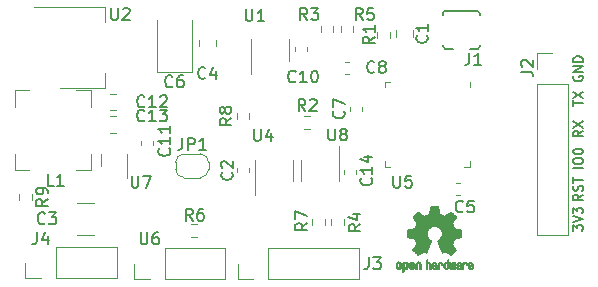
<source format=gbr>
%TF.GenerationSoftware,KiCad,Pcbnew,(5.1.9)-1*%
%TF.CreationDate,2021-05-08T20:51:41+01:00*%
%TF.ProjectId,TSDZ2-ESP32-Alt,5453445a-322d-4455-9350-33322d416c74,A*%
%TF.SameCoordinates,Original*%
%TF.FileFunction,Legend,Top*%
%TF.FilePolarity,Positive*%
%FSLAX46Y46*%
G04 Gerber Fmt 4.6, Leading zero omitted, Abs format (unit mm)*
G04 Created by KiCad (PCBNEW (5.1.9)-1) date 2021-05-08 20:51:41*
%MOMM*%
%LPD*%
G01*
G04 APERTURE LIST*
%ADD10C,0.150000*%
%ADD11C,0.010000*%
%ADD12C,0.120000*%
G04 APERTURE END LIST*
D10*
X177261904Y-107290476D02*
X177261904Y-106795238D01*
X177566666Y-107061904D01*
X177566666Y-106947619D01*
X177604761Y-106871428D01*
X177642857Y-106833333D01*
X177719047Y-106795238D01*
X177909523Y-106795238D01*
X177985714Y-106833333D01*
X178023809Y-106871428D01*
X178061904Y-106947619D01*
X178061904Y-107176190D01*
X178023809Y-107252380D01*
X177985714Y-107290476D01*
X177261904Y-106566666D02*
X178061904Y-106300000D01*
X177261904Y-106033333D01*
X177261904Y-105842857D02*
X177261904Y-105347619D01*
X177566666Y-105614285D01*
X177566666Y-105500000D01*
X177604761Y-105423809D01*
X177642857Y-105385714D01*
X177719047Y-105347619D01*
X177909523Y-105347619D01*
X177985714Y-105385714D01*
X178023809Y-105423809D01*
X178061904Y-105500000D01*
X178061904Y-105728571D01*
X178023809Y-105804761D01*
X177985714Y-105842857D01*
X178061904Y-104238095D02*
X177680952Y-104504761D01*
X178061904Y-104695238D02*
X177261904Y-104695238D01*
X177261904Y-104390476D01*
X177300000Y-104314285D01*
X177338095Y-104276190D01*
X177414285Y-104238095D01*
X177528571Y-104238095D01*
X177604761Y-104276190D01*
X177642857Y-104314285D01*
X177680952Y-104390476D01*
X177680952Y-104695238D01*
X178023809Y-103933333D02*
X178061904Y-103819047D01*
X178061904Y-103628571D01*
X178023809Y-103552380D01*
X177985714Y-103514285D01*
X177909523Y-103476190D01*
X177833333Y-103476190D01*
X177757142Y-103514285D01*
X177719047Y-103552380D01*
X177680952Y-103628571D01*
X177642857Y-103780952D01*
X177604761Y-103857142D01*
X177566666Y-103895238D01*
X177490476Y-103933333D01*
X177414285Y-103933333D01*
X177338095Y-103895238D01*
X177300000Y-103857142D01*
X177261904Y-103780952D01*
X177261904Y-103590476D01*
X177300000Y-103476190D01*
X177261904Y-103247619D02*
X177261904Y-102790476D01*
X178061904Y-103019047D02*
X177261904Y-103019047D01*
X178061904Y-102000000D02*
X177261904Y-102000000D01*
X177261904Y-101466666D02*
X177261904Y-101314285D01*
X177300000Y-101238095D01*
X177376190Y-101161904D01*
X177528571Y-101123809D01*
X177795238Y-101123809D01*
X177947619Y-101161904D01*
X178023809Y-101238095D01*
X178061904Y-101314285D01*
X178061904Y-101466666D01*
X178023809Y-101542857D01*
X177947619Y-101619047D01*
X177795238Y-101657142D01*
X177528571Y-101657142D01*
X177376190Y-101619047D01*
X177300000Y-101542857D01*
X177261904Y-101466666D01*
X177261904Y-100628571D02*
X177261904Y-100552380D01*
X177300000Y-100476190D01*
X177338095Y-100438095D01*
X177414285Y-100400000D01*
X177566666Y-100361904D01*
X177757142Y-100361904D01*
X177909523Y-100400000D01*
X177985714Y-100438095D01*
X178023809Y-100476190D01*
X178061904Y-100552380D01*
X178061904Y-100628571D01*
X178023809Y-100704761D01*
X177985714Y-100742857D01*
X177909523Y-100780952D01*
X177757142Y-100819047D01*
X177566666Y-100819047D01*
X177414285Y-100780952D01*
X177338095Y-100742857D01*
X177300000Y-100704761D01*
X177261904Y-100628571D01*
X178061904Y-98833333D02*
X177680952Y-99100000D01*
X178061904Y-99290476D02*
X177261904Y-99290476D01*
X177261904Y-98985714D01*
X177300000Y-98909523D01*
X177338095Y-98871428D01*
X177414285Y-98833333D01*
X177528571Y-98833333D01*
X177604761Y-98871428D01*
X177642857Y-98909523D01*
X177680952Y-98985714D01*
X177680952Y-99290476D01*
X177261904Y-98566666D02*
X178061904Y-98033333D01*
X177261904Y-98033333D02*
X178061904Y-98566666D01*
X177261904Y-96709523D02*
X177261904Y-96252380D01*
X178061904Y-96480952D02*
X177261904Y-96480952D01*
X177261904Y-96061904D02*
X178061904Y-95528571D01*
X177261904Y-95528571D02*
X178061904Y-96061904D01*
X177300000Y-94209523D02*
X177261904Y-94285714D01*
X177261904Y-94400000D01*
X177300000Y-94514285D01*
X177376190Y-94590476D01*
X177452380Y-94628571D01*
X177604761Y-94666666D01*
X177719047Y-94666666D01*
X177871428Y-94628571D01*
X177947619Y-94590476D01*
X178023809Y-94514285D01*
X178061904Y-94400000D01*
X178061904Y-94323809D01*
X178023809Y-94209523D01*
X177985714Y-94171428D01*
X177719047Y-94171428D01*
X177719047Y-94323809D01*
X178061904Y-93828571D02*
X177261904Y-93828571D01*
X178061904Y-93371428D01*
X177261904Y-93371428D01*
X178061904Y-92990476D02*
X177261904Y-92990476D01*
X177261904Y-92800000D01*
X177300000Y-92685714D01*
X177376190Y-92609523D01*
X177452380Y-92571428D01*
X177604761Y-92533333D01*
X177719047Y-92533333D01*
X177871428Y-92571428D01*
X177947619Y-92609523D01*
X178023809Y-92685714D01*
X178061904Y-92800000D01*
X178061904Y-92990476D01*
D11*
%TO.C,REF\u002A\u002A*%
G36*
X163099744Y-109919918D02*
G01*
X163155201Y-109947568D01*
X163204148Y-109998480D01*
X163217629Y-110017338D01*
X163232314Y-110042015D01*
X163241842Y-110068816D01*
X163247293Y-110104587D01*
X163249747Y-110156169D01*
X163250286Y-110224267D01*
X163247852Y-110317588D01*
X163239394Y-110387657D01*
X163223174Y-110439931D01*
X163197454Y-110479869D01*
X163160497Y-110512929D01*
X163157782Y-110514886D01*
X163121360Y-110534908D01*
X163077502Y-110544815D01*
X163021724Y-110547257D01*
X162931048Y-110547257D01*
X162931010Y-110635283D01*
X162930166Y-110684308D01*
X162925024Y-110713065D01*
X162911587Y-110730311D01*
X162885858Y-110744808D01*
X162879679Y-110747769D01*
X162850764Y-110761648D01*
X162828376Y-110770414D01*
X162811729Y-110771171D01*
X162800036Y-110761023D01*
X162792510Y-110737073D01*
X162788366Y-110696426D01*
X162786815Y-110636186D01*
X162787071Y-110553455D01*
X162788349Y-110445339D01*
X162788748Y-110413000D01*
X162790185Y-110301524D01*
X162791472Y-110228603D01*
X162930971Y-110228603D01*
X162931755Y-110290499D01*
X162935240Y-110330997D01*
X162943124Y-110357708D01*
X162957105Y-110378244D01*
X162966597Y-110388260D01*
X163005404Y-110417567D01*
X163039763Y-110419952D01*
X163075216Y-110395750D01*
X163076114Y-110394857D01*
X163090539Y-110376153D01*
X163099313Y-110350732D01*
X163103739Y-110311584D01*
X163105118Y-110251697D01*
X163105143Y-110238430D01*
X163101812Y-110155901D01*
X163090969Y-110098691D01*
X163071340Y-110063766D01*
X163041650Y-110048094D01*
X163024491Y-110046514D01*
X162983766Y-110053926D01*
X162955832Y-110078330D01*
X162939017Y-110122980D01*
X162931650Y-110191130D01*
X162930971Y-110228603D01*
X162791472Y-110228603D01*
X162791708Y-110215245D01*
X162793677Y-110150333D01*
X162796450Y-110102958D01*
X162800388Y-110069290D01*
X162805849Y-110045498D01*
X162813192Y-110027753D01*
X162822777Y-110012224D01*
X162826887Y-110006381D01*
X162881405Y-109951185D01*
X162950336Y-109919890D01*
X163030072Y-109911165D01*
X163099744Y-109919918D01*
G37*
X163099744Y-109919918D02*
X163155201Y-109947568D01*
X163204148Y-109998480D01*
X163217629Y-110017338D01*
X163232314Y-110042015D01*
X163241842Y-110068816D01*
X163247293Y-110104587D01*
X163249747Y-110156169D01*
X163250286Y-110224267D01*
X163247852Y-110317588D01*
X163239394Y-110387657D01*
X163223174Y-110439931D01*
X163197454Y-110479869D01*
X163160497Y-110512929D01*
X163157782Y-110514886D01*
X163121360Y-110534908D01*
X163077502Y-110544815D01*
X163021724Y-110547257D01*
X162931048Y-110547257D01*
X162931010Y-110635283D01*
X162930166Y-110684308D01*
X162925024Y-110713065D01*
X162911587Y-110730311D01*
X162885858Y-110744808D01*
X162879679Y-110747769D01*
X162850764Y-110761648D01*
X162828376Y-110770414D01*
X162811729Y-110771171D01*
X162800036Y-110761023D01*
X162792510Y-110737073D01*
X162788366Y-110696426D01*
X162786815Y-110636186D01*
X162787071Y-110553455D01*
X162788349Y-110445339D01*
X162788748Y-110413000D01*
X162790185Y-110301524D01*
X162791472Y-110228603D01*
X162930971Y-110228603D01*
X162931755Y-110290499D01*
X162935240Y-110330997D01*
X162943124Y-110357708D01*
X162957105Y-110378244D01*
X162966597Y-110388260D01*
X163005404Y-110417567D01*
X163039763Y-110419952D01*
X163075216Y-110395750D01*
X163076114Y-110394857D01*
X163090539Y-110376153D01*
X163099313Y-110350732D01*
X163103739Y-110311584D01*
X163105118Y-110251697D01*
X163105143Y-110238430D01*
X163101812Y-110155901D01*
X163090969Y-110098691D01*
X163071340Y-110063766D01*
X163041650Y-110048094D01*
X163024491Y-110046514D01*
X162983766Y-110053926D01*
X162955832Y-110078330D01*
X162939017Y-110122980D01*
X162931650Y-110191130D01*
X162930971Y-110228603D01*
X162791472Y-110228603D01*
X162791708Y-110215245D01*
X162793677Y-110150333D01*
X162796450Y-110102958D01*
X162800388Y-110069290D01*
X162805849Y-110045498D01*
X162813192Y-110027753D01*
X162822777Y-110012224D01*
X162826887Y-110006381D01*
X162881405Y-109951185D01*
X162950336Y-109919890D01*
X163030072Y-109911165D01*
X163099744Y-109919918D01*
G36*
X164216093Y-109927780D02*
G01*
X164262672Y-109954723D01*
X164295057Y-109981466D01*
X164318742Y-110009484D01*
X164335059Y-110043748D01*
X164345339Y-110089227D01*
X164350914Y-110150892D01*
X164353116Y-110233711D01*
X164353371Y-110293246D01*
X164353371Y-110512391D01*
X164291686Y-110540044D01*
X164230000Y-110567697D01*
X164222743Y-110327670D01*
X164219744Y-110238028D01*
X164216598Y-110172962D01*
X164212701Y-110128026D01*
X164207447Y-110098770D01*
X164200231Y-110080748D01*
X164190450Y-110069511D01*
X164187312Y-110067079D01*
X164139761Y-110048083D01*
X164091697Y-110055600D01*
X164063086Y-110075543D01*
X164051447Y-110089675D01*
X164043391Y-110108220D01*
X164038271Y-110136334D01*
X164035441Y-110179173D01*
X164034256Y-110241895D01*
X164034057Y-110307261D01*
X164034018Y-110389268D01*
X164032614Y-110447316D01*
X164027914Y-110486465D01*
X164017987Y-110511780D01*
X164000903Y-110528323D01*
X163974732Y-110541156D01*
X163939775Y-110554491D01*
X163901596Y-110569007D01*
X163906141Y-110311389D01*
X163907971Y-110218519D01*
X163910112Y-110149889D01*
X163913181Y-110100711D01*
X163917794Y-110066198D01*
X163924568Y-110041562D01*
X163934119Y-110022016D01*
X163945634Y-110004770D01*
X164001190Y-109949680D01*
X164068980Y-109917822D01*
X164142713Y-109910191D01*
X164216093Y-109927780D01*
G37*
X164216093Y-109927780D02*
X164262672Y-109954723D01*
X164295057Y-109981466D01*
X164318742Y-110009484D01*
X164335059Y-110043748D01*
X164345339Y-110089227D01*
X164350914Y-110150892D01*
X164353116Y-110233711D01*
X164353371Y-110293246D01*
X164353371Y-110512391D01*
X164291686Y-110540044D01*
X164230000Y-110567697D01*
X164222743Y-110327670D01*
X164219744Y-110238028D01*
X164216598Y-110172962D01*
X164212701Y-110128026D01*
X164207447Y-110098770D01*
X164200231Y-110080748D01*
X164190450Y-110069511D01*
X164187312Y-110067079D01*
X164139761Y-110048083D01*
X164091697Y-110055600D01*
X164063086Y-110075543D01*
X164051447Y-110089675D01*
X164043391Y-110108220D01*
X164038271Y-110136334D01*
X164035441Y-110179173D01*
X164034256Y-110241895D01*
X164034057Y-110307261D01*
X164034018Y-110389268D01*
X164032614Y-110447316D01*
X164027914Y-110486465D01*
X164017987Y-110511780D01*
X164000903Y-110528323D01*
X163974732Y-110541156D01*
X163939775Y-110554491D01*
X163901596Y-110569007D01*
X163906141Y-110311389D01*
X163907971Y-110218519D01*
X163910112Y-110149889D01*
X163913181Y-110100711D01*
X163917794Y-110066198D01*
X163924568Y-110041562D01*
X163934119Y-110022016D01*
X163945634Y-110004770D01*
X164001190Y-109949680D01*
X164068980Y-109917822D01*
X164142713Y-109910191D01*
X164216093Y-109927780D01*
G36*
X162541115Y-109921962D02*
G01*
X162609145Y-109957733D01*
X162659351Y-110015301D01*
X162677185Y-110052312D01*
X162691063Y-110107882D01*
X162698167Y-110178096D01*
X162698840Y-110254727D01*
X162693427Y-110329552D01*
X162682270Y-110394342D01*
X162665714Y-110440873D01*
X162660626Y-110448887D01*
X162600355Y-110508707D01*
X162528769Y-110544535D01*
X162451092Y-110555020D01*
X162372548Y-110538810D01*
X162350689Y-110529092D01*
X162308122Y-110499143D01*
X162270763Y-110459433D01*
X162267232Y-110454397D01*
X162252881Y-110430124D01*
X162243394Y-110404178D01*
X162237790Y-110370022D01*
X162235086Y-110321119D01*
X162234299Y-110250935D01*
X162234286Y-110235200D01*
X162234322Y-110230192D01*
X162379429Y-110230192D01*
X162380273Y-110296430D01*
X162383596Y-110340386D01*
X162390583Y-110368779D01*
X162402416Y-110388325D01*
X162408457Y-110394857D01*
X162443186Y-110419680D01*
X162476903Y-110418548D01*
X162510995Y-110397016D01*
X162531329Y-110374029D01*
X162543371Y-110340478D01*
X162550134Y-110287569D01*
X162550598Y-110281399D01*
X162551752Y-110185513D01*
X162539688Y-110114299D01*
X162514570Y-110068194D01*
X162476560Y-110047635D01*
X162462992Y-110046514D01*
X162427364Y-110052152D01*
X162402994Y-110071686D01*
X162388093Y-110109042D01*
X162380875Y-110168150D01*
X162379429Y-110230192D01*
X162234322Y-110230192D01*
X162234826Y-110160413D01*
X162237096Y-110108159D01*
X162242068Y-110071949D01*
X162250713Y-110045299D01*
X162264005Y-110021722D01*
X162266943Y-110017338D01*
X162316313Y-109958249D01*
X162370109Y-109923947D01*
X162435602Y-109910331D01*
X162457842Y-109909665D01*
X162541115Y-109921962D01*
G37*
X162541115Y-109921962D02*
X162609145Y-109957733D01*
X162659351Y-110015301D01*
X162677185Y-110052312D01*
X162691063Y-110107882D01*
X162698167Y-110178096D01*
X162698840Y-110254727D01*
X162693427Y-110329552D01*
X162682270Y-110394342D01*
X162665714Y-110440873D01*
X162660626Y-110448887D01*
X162600355Y-110508707D01*
X162528769Y-110544535D01*
X162451092Y-110555020D01*
X162372548Y-110538810D01*
X162350689Y-110529092D01*
X162308122Y-110499143D01*
X162270763Y-110459433D01*
X162267232Y-110454397D01*
X162252881Y-110430124D01*
X162243394Y-110404178D01*
X162237790Y-110370022D01*
X162235086Y-110321119D01*
X162234299Y-110250935D01*
X162234286Y-110235200D01*
X162234322Y-110230192D01*
X162379429Y-110230192D01*
X162380273Y-110296430D01*
X162383596Y-110340386D01*
X162390583Y-110368779D01*
X162402416Y-110388325D01*
X162408457Y-110394857D01*
X162443186Y-110419680D01*
X162476903Y-110418548D01*
X162510995Y-110397016D01*
X162531329Y-110374029D01*
X162543371Y-110340478D01*
X162550134Y-110287569D01*
X162550598Y-110281399D01*
X162551752Y-110185513D01*
X162539688Y-110114299D01*
X162514570Y-110068194D01*
X162476560Y-110047635D01*
X162462992Y-110046514D01*
X162427364Y-110052152D01*
X162402994Y-110071686D01*
X162388093Y-110109042D01*
X162380875Y-110168150D01*
X162379429Y-110230192D01*
X162234322Y-110230192D01*
X162234826Y-110160413D01*
X162237096Y-110108159D01*
X162242068Y-110071949D01*
X162250713Y-110045299D01*
X162264005Y-110021722D01*
X162266943Y-110017338D01*
X162316313Y-109958249D01*
X162370109Y-109923947D01*
X162435602Y-109910331D01*
X162457842Y-109909665D01*
X162541115Y-109921962D01*
G36*
X163668303Y-109931239D02*
G01*
X163725527Y-109969735D01*
X163769749Y-110025335D01*
X163796167Y-110096086D01*
X163801510Y-110148162D01*
X163800903Y-110169893D01*
X163795822Y-110186531D01*
X163781855Y-110201437D01*
X163754589Y-110217973D01*
X163709612Y-110239498D01*
X163642511Y-110269374D01*
X163642171Y-110269524D01*
X163580407Y-110297813D01*
X163529759Y-110322933D01*
X163495404Y-110342179D01*
X163482518Y-110352848D01*
X163482514Y-110352934D01*
X163493872Y-110376166D01*
X163520431Y-110401774D01*
X163550923Y-110420221D01*
X163566370Y-110423886D01*
X163608515Y-110411212D01*
X163644808Y-110379471D01*
X163662517Y-110344572D01*
X163679552Y-110318845D01*
X163712922Y-110289546D01*
X163752149Y-110264235D01*
X163786756Y-110250471D01*
X163793993Y-110249714D01*
X163802139Y-110262160D01*
X163802630Y-110293972D01*
X163796643Y-110336866D01*
X163785357Y-110382558D01*
X163769950Y-110422761D01*
X163769171Y-110424322D01*
X163722804Y-110489062D01*
X163662711Y-110533097D01*
X163594465Y-110554711D01*
X163523638Y-110552185D01*
X163455804Y-110523804D01*
X163452788Y-110521808D01*
X163399427Y-110473448D01*
X163364340Y-110410352D01*
X163344922Y-110327387D01*
X163342316Y-110304078D01*
X163337701Y-110194055D01*
X163343233Y-110142748D01*
X163482514Y-110142748D01*
X163484324Y-110174753D01*
X163494222Y-110184093D01*
X163518898Y-110177105D01*
X163557795Y-110160587D01*
X163601275Y-110139881D01*
X163602356Y-110139333D01*
X163639209Y-110119949D01*
X163654000Y-110107013D01*
X163650353Y-110093451D01*
X163634995Y-110075632D01*
X163595923Y-110049845D01*
X163553846Y-110047950D01*
X163516103Y-110066717D01*
X163490034Y-110102915D01*
X163482514Y-110142748D01*
X163343233Y-110142748D01*
X163347194Y-110106027D01*
X163371550Y-110036212D01*
X163405456Y-109987302D01*
X163466653Y-109937878D01*
X163534063Y-109913359D01*
X163602880Y-109911797D01*
X163668303Y-109931239D01*
G37*
X163668303Y-109931239D02*
X163725527Y-109969735D01*
X163769749Y-110025335D01*
X163796167Y-110096086D01*
X163801510Y-110148162D01*
X163800903Y-110169893D01*
X163795822Y-110186531D01*
X163781855Y-110201437D01*
X163754589Y-110217973D01*
X163709612Y-110239498D01*
X163642511Y-110269374D01*
X163642171Y-110269524D01*
X163580407Y-110297813D01*
X163529759Y-110322933D01*
X163495404Y-110342179D01*
X163482518Y-110352848D01*
X163482514Y-110352934D01*
X163493872Y-110376166D01*
X163520431Y-110401774D01*
X163550923Y-110420221D01*
X163566370Y-110423886D01*
X163608515Y-110411212D01*
X163644808Y-110379471D01*
X163662517Y-110344572D01*
X163679552Y-110318845D01*
X163712922Y-110289546D01*
X163752149Y-110264235D01*
X163786756Y-110250471D01*
X163793993Y-110249714D01*
X163802139Y-110262160D01*
X163802630Y-110293972D01*
X163796643Y-110336866D01*
X163785357Y-110382558D01*
X163769950Y-110422761D01*
X163769171Y-110424322D01*
X163722804Y-110489062D01*
X163662711Y-110533097D01*
X163594465Y-110554711D01*
X163523638Y-110552185D01*
X163455804Y-110523804D01*
X163452788Y-110521808D01*
X163399427Y-110473448D01*
X163364340Y-110410352D01*
X163344922Y-110327387D01*
X163342316Y-110304078D01*
X163337701Y-110194055D01*
X163343233Y-110142748D01*
X163482514Y-110142748D01*
X163484324Y-110174753D01*
X163494222Y-110184093D01*
X163518898Y-110177105D01*
X163557795Y-110160587D01*
X163601275Y-110139881D01*
X163602356Y-110139333D01*
X163639209Y-110119949D01*
X163654000Y-110107013D01*
X163650353Y-110093451D01*
X163634995Y-110075632D01*
X163595923Y-110049845D01*
X163553846Y-110047950D01*
X163516103Y-110066717D01*
X163490034Y-110102915D01*
X163482514Y-110142748D01*
X163343233Y-110142748D01*
X163347194Y-110106027D01*
X163371550Y-110036212D01*
X163405456Y-109987302D01*
X163466653Y-109937878D01*
X163534063Y-109913359D01*
X163602880Y-109911797D01*
X163668303Y-109931239D01*
G36*
X164875886Y-109851289D02*
G01*
X164880139Y-109910613D01*
X164885025Y-109945572D01*
X164891795Y-109960820D01*
X164901702Y-109961015D01*
X164904914Y-109959195D01*
X164947644Y-109946015D01*
X165003227Y-109946785D01*
X165059737Y-109960333D01*
X165095082Y-109977861D01*
X165131321Y-110005861D01*
X165157813Y-110037549D01*
X165175999Y-110077813D01*
X165187322Y-110131543D01*
X165193222Y-110203626D01*
X165195143Y-110298951D01*
X165195177Y-110317237D01*
X165195200Y-110522646D01*
X165149491Y-110538580D01*
X165117027Y-110549420D01*
X165099215Y-110554468D01*
X165098691Y-110554514D01*
X165096937Y-110540828D01*
X165095444Y-110503076D01*
X165094326Y-110446224D01*
X165093697Y-110375234D01*
X165093600Y-110332073D01*
X165093398Y-110246973D01*
X165092358Y-110185981D01*
X165089831Y-110144177D01*
X165085164Y-110116642D01*
X165077707Y-110098456D01*
X165066811Y-110084698D01*
X165060007Y-110078073D01*
X165013272Y-110051375D01*
X164962272Y-110049375D01*
X164916001Y-110071955D01*
X164907444Y-110080107D01*
X164894893Y-110095436D01*
X164886188Y-110113618D01*
X164880631Y-110139909D01*
X164877526Y-110179562D01*
X164876176Y-110237832D01*
X164875886Y-110318173D01*
X164875886Y-110522646D01*
X164830177Y-110538580D01*
X164797713Y-110549420D01*
X164779901Y-110554468D01*
X164779377Y-110554514D01*
X164778037Y-110540623D01*
X164776828Y-110501439D01*
X164775801Y-110440700D01*
X164775002Y-110362141D01*
X164774481Y-110269498D01*
X164774286Y-110166509D01*
X164774286Y-109769342D01*
X164821457Y-109749444D01*
X164868629Y-109729547D01*
X164875886Y-109851289D01*
G37*
X164875886Y-109851289D02*
X164880139Y-109910613D01*
X164885025Y-109945572D01*
X164891795Y-109960820D01*
X164901702Y-109961015D01*
X164904914Y-109959195D01*
X164947644Y-109946015D01*
X165003227Y-109946785D01*
X165059737Y-109960333D01*
X165095082Y-109977861D01*
X165131321Y-110005861D01*
X165157813Y-110037549D01*
X165175999Y-110077813D01*
X165187322Y-110131543D01*
X165193222Y-110203626D01*
X165195143Y-110298951D01*
X165195177Y-110317237D01*
X165195200Y-110522646D01*
X165149491Y-110538580D01*
X165117027Y-110549420D01*
X165099215Y-110554468D01*
X165098691Y-110554514D01*
X165096937Y-110540828D01*
X165095444Y-110503076D01*
X165094326Y-110446224D01*
X165093697Y-110375234D01*
X165093600Y-110332073D01*
X165093398Y-110246973D01*
X165092358Y-110185981D01*
X165089831Y-110144177D01*
X165085164Y-110116642D01*
X165077707Y-110098456D01*
X165066811Y-110084698D01*
X165060007Y-110078073D01*
X165013272Y-110051375D01*
X164962272Y-110049375D01*
X164916001Y-110071955D01*
X164907444Y-110080107D01*
X164894893Y-110095436D01*
X164886188Y-110113618D01*
X164880631Y-110139909D01*
X164877526Y-110179562D01*
X164876176Y-110237832D01*
X164875886Y-110318173D01*
X164875886Y-110522646D01*
X164830177Y-110538580D01*
X164797713Y-110549420D01*
X164779901Y-110554468D01*
X164779377Y-110554514D01*
X164778037Y-110540623D01*
X164776828Y-110501439D01*
X164775801Y-110440700D01*
X164775002Y-110362141D01*
X164774481Y-110269498D01*
X164774286Y-110166509D01*
X164774286Y-109769342D01*
X164821457Y-109749444D01*
X164868629Y-109729547D01*
X164875886Y-109851289D01*
G36*
X165539744Y-109950968D02*
G01*
X165596616Y-109972087D01*
X165597267Y-109972493D01*
X165632440Y-109998380D01*
X165658407Y-110028633D01*
X165676670Y-110068058D01*
X165688732Y-110121462D01*
X165696096Y-110193651D01*
X165700264Y-110289432D01*
X165700629Y-110303078D01*
X165705876Y-110508842D01*
X165661716Y-110531678D01*
X165629763Y-110547110D01*
X165610470Y-110554423D01*
X165609578Y-110554514D01*
X165606239Y-110541022D01*
X165603587Y-110504626D01*
X165601956Y-110451452D01*
X165601600Y-110408393D01*
X165601592Y-110338641D01*
X165598403Y-110294837D01*
X165587288Y-110273944D01*
X165563501Y-110272925D01*
X165522296Y-110288741D01*
X165460086Y-110317815D01*
X165414341Y-110341963D01*
X165390813Y-110362913D01*
X165383896Y-110385747D01*
X165383886Y-110386877D01*
X165395299Y-110426212D01*
X165429092Y-110447462D01*
X165480809Y-110450539D01*
X165518061Y-110450006D01*
X165537703Y-110460735D01*
X165549952Y-110486505D01*
X165557002Y-110519337D01*
X165546842Y-110537966D01*
X165543017Y-110540632D01*
X165507001Y-110551340D01*
X165456566Y-110552856D01*
X165404626Y-110545759D01*
X165367822Y-110532788D01*
X165316938Y-110489585D01*
X165288014Y-110429446D01*
X165282286Y-110382462D01*
X165286657Y-110340082D01*
X165302475Y-110305488D01*
X165333797Y-110274763D01*
X165384678Y-110243990D01*
X165459176Y-110209252D01*
X165463714Y-110207288D01*
X165530821Y-110176287D01*
X165572232Y-110150862D01*
X165589981Y-110128014D01*
X165586107Y-110104745D01*
X165562643Y-110078056D01*
X165555627Y-110071914D01*
X165508630Y-110048100D01*
X165459933Y-110049103D01*
X165417522Y-110072451D01*
X165389384Y-110115675D01*
X165386769Y-110124160D01*
X165361308Y-110165308D01*
X165329001Y-110185128D01*
X165282286Y-110204770D01*
X165282286Y-110153950D01*
X165296496Y-110080082D01*
X165338675Y-110012327D01*
X165360624Y-109989661D01*
X165410517Y-109960569D01*
X165473967Y-109947400D01*
X165539744Y-109950968D01*
G37*
X165539744Y-109950968D02*
X165596616Y-109972087D01*
X165597267Y-109972493D01*
X165632440Y-109998380D01*
X165658407Y-110028633D01*
X165676670Y-110068058D01*
X165688732Y-110121462D01*
X165696096Y-110193651D01*
X165700264Y-110289432D01*
X165700629Y-110303078D01*
X165705876Y-110508842D01*
X165661716Y-110531678D01*
X165629763Y-110547110D01*
X165610470Y-110554423D01*
X165609578Y-110554514D01*
X165606239Y-110541022D01*
X165603587Y-110504626D01*
X165601956Y-110451452D01*
X165601600Y-110408393D01*
X165601592Y-110338641D01*
X165598403Y-110294837D01*
X165587288Y-110273944D01*
X165563501Y-110272925D01*
X165522296Y-110288741D01*
X165460086Y-110317815D01*
X165414341Y-110341963D01*
X165390813Y-110362913D01*
X165383896Y-110385747D01*
X165383886Y-110386877D01*
X165395299Y-110426212D01*
X165429092Y-110447462D01*
X165480809Y-110450539D01*
X165518061Y-110450006D01*
X165537703Y-110460735D01*
X165549952Y-110486505D01*
X165557002Y-110519337D01*
X165546842Y-110537966D01*
X165543017Y-110540632D01*
X165507001Y-110551340D01*
X165456566Y-110552856D01*
X165404626Y-110545759D01*
X165367822Y-110532788D01*
X165316938Y-110489585D01*
X165288014Y-110429446D01*
X165282286Y-110382462D01*
X165286657Y-110340082D01*
X165302475Y-110305488D01*
X165333797Y-110274763D01*
X165384678Y-110243990D01*
X165459176Y-110209252D01*
X165463714Y-110207288D01*
X165530821Y-110176287D01*
X165572232Y-110150862D01*
X165589981Y-110128014D01*
X165586107Y-110104745D01*
X165562643Y-110078056D01*
X165555627Y-110071914D01*
X165508630Y-110048100D01*
X165459933Y-110049103D01*
X165417522Y-110072451D01*
X165389384Y-110115675D01*
X165386769Y-110124160D01*
X165361308Y-110165308D01*
X165329001Y-110185128D01*
X165282286Y-110204770D01*
X165282286Y-110153950D01*
X165296496Y-110080082D01*
X165338675Y-110012327D01*
X165360624Y-109989661D01*
X165410517Y-109960569D01*
X165473967Y-109947400D01*
X165539744Y-109950968D01*
G36*
X166029926Y-109949755D02*
G01*
X166095858Y-109974084D01*
X166149273Y-110017117D01*
X166170164Y-110047409D01*
X166192939Y-110102994D01*
X166192466Y-110143186D01*
X166168562Y-110170217D01*
X166159717Y-110174813D01*
X166121530Y-110189144D01*
X166102028Y-110185472D01*
X166095422Y-110161407D01*
X166095086Y-110148114D01*
X166082992Y-110099210D01*
X166051471Y-110064999D01*
X166007659Y-110048476D01*
X165958695Y-110052634D01*
X165918894Y-110074227D01*
X165905450Y-110086544D01*
X165895921Y-110101487D01*
X165889485Y-110124075D01*
X165885317Y-110159328D01*
X165882597Y-110212266D01*
X165880502Y-110287907D01*
X165879960Y-110311857D01*
X165877981Y-110393790D01*
X165875731Y-110451455D01*
X165872357Y-110489608D01*
X165867006Y-110513004D01*
X165858824Y-110526398D01*
X165846959Y-110534545D01*
X165839362Y-110538144D01*
X165807102Y-110550452D01*
X165788111Y-110554514D01*
X165781836Y-110540948D01*
X165778006Y-110499934D01*
X165776600Y-110430999D01*
X165777598Y-110333669D01*
X165777908Y-110318657D01*
X165780101Y-110229859D01*
X165782693Y-110165019D01*
X165786382Y-110119067D01*
X165791864Y-110086935D01*
X165799835Y-110063553D01*
X165810993Y-110043852D01*
X165816830Y-110035410D01*
X165850296Y-109998057D01*
X165887727Y-109969003D01*
X165892309Y-109966467D01*
X165959426Y-109946443D01*
X166029926Y-109949755D01*
G37*
X166029926Y-109949755D02*
X166095858Y-109974084D01*
X166149273Y-110017117D01*
X166170164Y-110047409D01*
X166192939Y-110102994D01*
X166192466Y-110143186D01*
X166168562Y-110170217D01*
X166159717Y-110174813D01*
X166121530Y-110189144D01*
X166102028Y-110185472D01*
X166095422Y-110161407D01*
X166095086Y-110148114D01*
X166082992Y-110099210D01*
X166051471Y-110064999D01*
X166007659Y-110048476D01*
X165958695Y-110052634D01*
X165918894Y-110074227D01*
X165905450Y-110086544D01*
X165895921Y-110101487D01*
X165889485Y-110124075D01*
X165885317Y-110159328D01*
X165882597Y-110212266D01*
X165880502Y-110287907D01*
X165879960Y-110311857D01*
X165877981Y-110393790D01*
X165875731Y-110451455D01*
X165872357Y-110489608D01*
X165867006Y-110513004D01*
X165858824Y-110526398D01*
X165846959Y-110534545D01*
X165839362Y-110538144D01*
X165807102Y-110550452D01*
X165788111Y-110554514D01*
X165781836Y-110540948D01*
X165778006Y-110499934D01*
X165776600Y-110430999D01*
X165777598Y-110333669D01*
X165777908Y-110318657D01*
X165780101Y-110229859D01*
X165782693Y-110165019D01*
X165786382Y-110119067D01*
X165791864Y-110086935D01*
X165799835Y-110063553D01*
X165810993Y-110043852D01*
X165816830Y-110035410D01*
X165850296Y-109998057D01*
X165887727Y-109969003D01*
X165892309Y-109966467D01*
X165959426Y-109946443D01*
X166029926Y-109949755D01*
G36*
X166690117Y-110065358D02*
G01*
X166689933Y-110173837D01*
X166689219Y-110257287D01*
X166687675Y-110319704D01*
X166685001Y-110365085D01*
X166680894Y-110397429D01*
X166675055Y-110420733D01*
X166667182Y-110438995D01*
X166661221Y-110449418D01*
X166611855Y-110505945D01*
X166549264Y-110541377D01*
X166480013Y-110554090D01*
X166410668Y-110542463D01*
X166369375Y-110521568D01*
X166326025Y-110485422D01*
X166296481Y-110441276D01*
X166278655Y-110383462D01*
X166270463Y-110306313D01*
X166269302Y-110249714D01*
X166269458Y-110245647D01*
X166370857Y-110245647D01*
X166371476Y-110310550D01*
X166374314Y-110353514D01*
X166380840Y-110381622D01*
X166392523Y-110401953D01*
X166406483Y-110417288D01*
X166453365Y-110446890D01*
X166503701Y-110449419D01*
X166551276Y-110424705D01*
X166554979Y-110421356D01*
X166570783Y-110403935D01*
X166580693Y-110383209D01*
X166586058Y-110352362D01*
X166588228Y-110304577D01*
X166588571Y-110251748D01*
X166587827Y-110185381D01*
X166584748Y-110141106D01*
X166578061Y-110112009D01*
X166566496Y-110091173D01*
X166557013Y-110080107D01*
X166512960Y-110052198D01*
X166462224Y-110048843D01*
X166413796Y-110070159D01*
X166404450Y-110078073D01*
X166388540Y-110095647D01*
X166378610Y-110116587D01*
X166373278Y-110147782D01*
X166371163Y-110196122D01*
X166370857Y-110245647D01*
X166269458Y-110245647D01*
X166272810Y-110158568D01*
X166284726Y-110090086D01*
X166307135Y-110038600D01*
X166342124Y-109998443D01*
X166369375Y-109977861D01*
X166418907Y-109955625D01*
X166476316Y-109945304D01*
X166529682Y-109948067D01*
X166559543Y-109959212D01*
X166571261Y-109962383D01*
X166579037Y-109950557D01*
X166584465Y-109918866D01*
X166588571Y-109870593D01*
X166593067Y-109816829D01*
X166599313Y-109784482D01*
X166610676Y-109765985D01*
X166630528Y-109753770D01*
X166643000Y-109748362D01*
X166690171Y-109728601D01*
X166690117Y-110065358D01*
G37*
X166690117Y-110065358D02*
X166689933Y-110173837D01*
X166689219Y-110257287D01*
X166687675Y-110319704D01*
X166685001Y-110365085D01*
X166680894Y-110397429D01*
X166675055Y-110420733D01*
X166667182Y-110438995D01*
X166661221Y-110449418D01*
X166611855Y-110505945D01*
X166549264Y-110541377D01*
X166480013Y-110554090D01*
X166410668Y-110542463D01*
X166369375Y-110521568D01*
X166326025Y-110485422D01*
X166296481Y-110441276D01*
X166278655Y-110383462D01*
X166270463Y-110306313D01*
X166269302Y-110249714D01*
X166269458Y-110245647D01*
X166370857Y-110245647D01*
X166371476Y-110310550D01*
X166374314Y-110353514D01*
X166380840Y-110381622D01*
X166392523Y-110401953D01*
X166406483Y-110417288D01*
X166453365Y-110446890D01*
X166503701Y-110449419D01*
X166551276Y-110424705D01*
X166554979Y-110421356D01*
X166570783Y-110403935D01*
X166580693Y-110383209D01*
X166586058Y-110352362D01*
X166588228Y-110304577D01*
X166588571Y-110251748D01*
X166587827Y-110185381D01*
X166584748Y-110141106D01*
X166578061Y-110112009D01*
X166566496Y-110091173D01*
X166557013Y-110080107D01*
X166512960Y-110052198D01*
X166462224Y-110048843D01*
X166413796Y-110070159D01*
X166404450Y-110078073D01*
X166388540Y-110095647D01*
X166378610Y-110116587D01*
X166373278Y-110147782D01*
X166371163Y-110196122D01*
X166370857Y-110245647D01*
X166269458Y-110245647D01*
X166272810Y-110158568D01*
X166284726Y-110090086D01*
X166307135Y-110038600D01*
X166342124Y-109998443D01*
X166369375Y-109977861D01*
X166418907Y-109955625D01*
X166476316Y-109945304D01*
X166529682Y-109948067D01*
X166559543Y-109959212D01*
X166571261Y-109962383D01*
X166579037Y-109950557D01*
X166584465Y-109918866D01*
X166588571Y-109870593D01*
X166593067Y-109816829D01*
X166599313Y-109784482D01*
X166610676Y-109765985D01*
X166630528Y-109753770D01*
X166643000Y-109748362D01*
X166690171Y-109728601D01*
X166690117Y-110065358D01*
G36*
X167279833Y-109958663D02*
G01*
X167282048Y-109996850D01*
X167283784Y-110054886D01*
X167284899Y-110128180D01*
X167285257Y-110205055D01*
X167285257Y-110465196D01*
X167239326Y-110511127D01*
X167207675Y-110539429D01*
X167179890Y-110550893D01*
X167141915Y-110550168D01*
X167126840Y-110548321D01*
X167079726Y-110542948D01*
X167040756Y-110539869D01*
X167031257Y-110539585D01*
X166999233Y-110541445D01*
X166953432Y-110546114D01*
X166935674Y-110548321D01*
X166892057Y-110551735D01*
X166862745Y-110544320D01*
X166833680Y-110521427D01*
X166823188Y-110511127D01*
X166777257Y-110465196D01*
X166777257Y-109978602D01*
X166814226Y-109961758D01*
X166846059Y-109949282D01*
X166864683Y-109944914D01*
X166869458Y-109958718D01*
X166873921Y-109997286D01*
X166877775Y-110056356D01*
X166880722Y-110131663D01*
X166882143Y-110195286D01*
X166886114Y-110445657D01*
X166920759Y-110450556D01*
X166952268Y-110447131D01*
X166967708Y-110436041D01*
X166972023Y-110415308D01*
X166975708Y-110371145D01*
X166978469Y-110309146D01*
X166980012Y-110234909D01*
X166980235Y-110196706D01*
X166980457Y-109976783D01*
X167026166Y-109960849D01*
X167058518Y-109950015D01*
X167076115Y-109944962D01*
X167076623Y-109944914D01*
X167078388Y-109958648D01*
X167080329Y-109996730D01*
X167082282Y-110054482D01*
X167084084Y-110127227D01*
X167085343Y-110195286D01*
X167089314Y-110445657D01*
X167176400Y-110445657D01*
X167180396Y-110217240D01*
X167184392Y-109988822D01*
X167226847Y-109966868D01*
X167258192Y-109951793D01*
X167276744Y-109944951D01*
X167277279Y-109944914D01*
X167279833Y-109958663D01*
G37*
X167279833Y-109958663D02*
X167282048Y-109996850D01*
X167283784Y-110054886D01*
X167284899Y-110128180D01*
X167285257Y-110205055D01*
X167285257Y-110465196D01*
X167239326Y-110511127D01*
X167207675Y-110539429D01*
X167179890Y-110550893D01*
X167141915Y-110550168D01*
X167126840Y-110548321D01*
X167079726Y-110542948D01*
X167040756Y-110539869D01*
X167031257Y-110539585D01*
X166999233Y-110541445D01*
X166953432Y-110546114D01*
X166935674Y-110548321D01*
X166892057Y-110551735D01*
X166862745Y-110544320D01*
X166833680Y-110521427D01*
X166823188Y-110511127D01*
X166777257Y-110465196D01*
X166777257Y-109978602D01*
X166814226Y-109961758D01*
X166846059Y-109949282D01*
X166864683Y-109944914D01*
X166869458Y-109958718D01*
X166873921Y-109997286D01*
X166877775Y-110056356D01*
X166880722Y-110131663D01*
X166882143Y-110195286D01*
X166886114Y-110445657D01*
X166920759Y-110450556D01*
X166952268Y-110447131D01*
X166967708Y-110436041D01*
X166972023Y-110415308D01*
X166975708Y-110371145D01*
X166978469Y-110309146D01*
X166980012Y-110234909D01*
X166980235Y-110196706D01*
X166980457Y-109976783D01*
X167026166Y-109960849D01*
X167058518Y-109950015D01*
X167076115Y-109944962D01*
X167076623Y-109944914D01*
X167078388Y-109958648D01*
X167080329Y-109996730D01*
X167082282Y-110054482D01*
X167084084Y-110127227D01*
X167085343Y-110195286D01*
X167089314Y-110445657D01*
X167176400Y-110445657D01*
X167180396Y-110217240D01*
X167184392Y-109988822D01*
X167226847Y-109966868D01*
X167258192Y-109951793D01*
X167276744Y-109944951D01*
X167277279Y-109944914D01*
X167279833Y-109958663D01*
G36*
X167644876Y-109956335D02*
G01*
X167686667Y-109975344D01*
X167719469Y-109998378D01*
X167743503Y-110024133D01*
X167760097Y-110057358D01*
X167770577Y-110102800D01*
X167776271Y-110165207D01*
X167778507Y-110249327D01*
X167778743Y-110304721D01*
X167778743Y-110520826D01*
X167741774Y-110537670D01*
X167712656Y-110549981D01*
X167698231Y-110554514D01*
X167695472Y-110541025D01*
X167693282Y-110504653D01*
X167691942Y-110451542D01*
X167691657Y-110409372D01*
X167690434Y-110348447D01*
X167687136Y-110300115D01*
X167682321Y-110270518D01*
X167678496Y-110264229D01*
X167652783Y-110270652D01*
X167612418Y-110287125D01*
X167565679Y-110309458D01*
X167520845Y-110333457D01*
X167486193Y-110354930D01*
X167470002Y-110369685D01*
X167469938Y-110369845D01*
X167471330Y-110397152D01*
X167483818Y-110423219D01*
X167505743Y-110444392D01*
X167537743Y-110451474D01*
X167565092Y-110450649D01*
X167603826Y-110450042D01*
X167624158Y-110459116D01*
X167636369Y-110483092D01*
X167637909Y-110487613D01*
X167643203Y-110521806D01*
X167629047Y-110542568D01*
X167592148Y-110552462D01*
X167552289Y-110554292D01*
X167480562Y-110540727D01*
X167443432Y-110521355D01*
X167397576Y-110475845D01*
X167373256Y-110419983D01*
X167371073Y-110360957D01*
X167391629Y-110305953D01*
X167422549Y-110271486D01*
X167453420Y-110252189D01*
X167501942Y-110227759D01*
X167558485Y-110202985D01*
X167567910Y-110199199D01*
X167630019Y-110171791D01*
X167665822Y-110147634D01*
X167677337Y-110123619D01*
X167666580Y-110096635D01*
X167648114Y-110075543D01*
X167604469Y-110049572D01*
X167556446Y-110047624D01*
X167512406Y-110067637D01*
X167480709Y-110107551D01*
X167476549Y-110117848D01*
X167452327Y-110155724D01*
X167416965Y-110183842D01*
X167372343Y-110206917D01*
X167372343Y-110141485D01*
X167374969Y-110101506D01*
X167386230Y-110069997D01*
X167411199Y-110036378D01*
X167435169Y-110010484D01*
X167472441Y-109973817D01*
X167501401Y-109954121D01*
X167532505Y-109946220D01*
X167567713Y-109944914D01*
X167644876Y-109956335D01*
G37*
X167644876Y-109956335D02*
X167686667Y-109975344D01*
X167719469Y-109998378D01*
X167743503Y-110024133D01*
X167760097Y-110057358D01*
X167770577Y-110102800D01*
X167776271Y-110165207D01*
X167778507Y-110249327D01*
X167778743Y-110304721D01*
X167778743Y-110520826D01*
X167741774Y-110537670D01*
X167712656Y-110549981D01*
X167698231Y-110554514D01*
X167695472Y-110541025D01*
X167693282Y-110504653D01*
X167691942Y-110451542D01*
X167691657Y-110409372D01*
X167690434Y-110348447D01*
X167687136Y-110300115D01*
X167682321Y-110270518D01*
X167678496Y-110264229D01*
X167652783Y-110270652D01*
X167612418Y-110287125D01*
X167565679Y-110309458D01*
X167520845Y-110333457D01*
X167486193Y-110354930D01*
X167470002Y-110369685D01*
X167469938Y-110369845D01*
X167471330Y-110397152D01*
X167483818Y-110423219D01*
X167505743Y-110444392D01*
X167537743Y-110451474D01*
X167565092Y-110450649D01*
X167603826Y-110450042D01*
X167624158Y-110459116D01*
X167636369Y-110483092D01*
X167637909Y-110487613D01*
X167643203Y-110521806D01*
X167629047Y-110542568D01*
X167592148Y-110552462D01*
X167552289Y-110554292D01*
X167480562Y-110540727D01*
X167443432Y-110521355D01*
X167397576Y-110475845D01*
X167373256Y-110419983D01*
X167371073Y-110360957D01*
X167391629Y-110305953D01*
X167422549Y-110271486D01*
X167453420Y-110252189D01*
X167501942Y-110227759D01*
X167558485Y-110202985D01*
X167567910Y-110199199D01*
X167630019Y-110171791D01*
X167665822Y-110147634D01*
X167677337Y-110123619D01*
X167666580Y-110096635D01*
X167648114Y-110075543D01*
X167604469Y-110049572D01*
X167556446Y-110047624D01*
X167512406Y-110067637D01*
X167480709Y-110107551D01*
X167476549Y-110117848D01*
X167452327Y-110155724D01*
X167416965Y-110183842D01*
X167372343Y-110206917D01*
X167372343Y-110141485D01*
X167374969Y-110101506D01*
X167386230Y-110069997D01*
X167411199Y-110036378D01*
X167435169Y-110010484D01*
X167472441Y-109973817D01*
X167501401Y-109954121D01*
X167532505Y-109946220D01*
X167567713Y-109944914D01*
X167644876Y-109956335D01*
G36*
X168152600Y-109958752D02*
G01*
X168169948Y-109966334D01*
X168211356Y-109999128D01*
X168246765Y-110046547D01*
X168268664Y-110097151D01*
X168272229Y-110122098D01*
X168260279Y-110156927D01*
X168234067Y-110175357D01*
X168205964Y-110186516D01*
X168193095Y-110188572D01*
X168186829Y-110173649D01*
X168174456Y-110141175D01*
X168169028Y-110126502D01*
X168138590Y-110075744D01*
X168094520Y-110050427D01*
X168038010Y-110051206D01*
X168033825Y-110052203D01*
X168003655Y-110066507D01*
X167981476Y-110094393D01*
X167966327Y-110139287D01*
X167957250Y-110204615D01*
X167953286Y-110293804D01*
X167952914Y-110341261D01*
X167952730Y-110416071D01*
X167951522Y-110467069D01*
X167948309Y-110499471D01*
X167942109Y-110518495D01*
X167931940Y-110529356D01*
X167916819Y-110537272D01*
X167915946Y-110537670D01*
X167886828Y-110549981D01*
X167872403Y-110554514D01*
X167870186Y-110540809D01*
X167868289Y-110502925D01*
X167866847Y-110445715D01*
X167865998Y-110374027D01*
X167865829Y-110321565D01*
X167866692Y-110220047D01*
X167870070Y-110143032D01*
X167877142Y-110086023D01*
X167889088Y-110044526D01*
X167907090Y-110014043D01*
X167932327Y-109990080D01*
X167957247Y-109973355D01*
X168017171Y-109951097D01*
X168086911Y-109946076D01*
X168152600Y-109958752D01*
G37*
X168152600Y-109958752D02*
X168169948Y-109966334D01*
X168211356Y-109999128D01*
X168246765Y-110046547D01*
X168268664Y-110097151D01*
X168272229Y-110122098D01*
X168260279Y-110156927D01*
X168234067Y-110175357D01*
X168205964Y-110186516D01*
X168193095Y-110188572D01*
X168186829Y-110173649D01*
X168174456Y-110141175D01*
X168169028Y-110126502D01*
X168138590Y-110075744D01*
X168094520Y-110050427D01*
X168038010Y-110051206D01*
X168033825Y-110052203D01*
X168003655Y-110066507D01*
X167981476Y-110094393D01*
X167966327Y-110139287D01*
X167957250Y-110204615D01*
X167953286Y-110293804D01*
X167952914Y-110341261D01*
X167952730Y-110416071D01*
X167951522Y-110467069D01*
X167948309Y-110499471D01*
X167942109Y-110518495D01*
X167931940Y-110529356D01*
X167916819Y-110537272D01*
X167915946Y-110537670D01*
X167886828Y-110549981D01*
X167872403Y-110554514D01*
X167870186Y-110540809D01*
X167868289Y-110502925D01*
X167866847Y-110445715D01*
X167865998Y-110374027D01*
X167865829Y-110321565D01*
X167866692Y-110220047D01*
X167870070Y-110143032D01*
X167877142Y-110086023D01*
X167889088Y-110044526D01*
X167907090Y-110014043D01*
X167932327Y-109990080D01*
X167957247Y-109973355D01*
X168017171Y-109951097D01*
X168086911Y-109946076D01*
X168152600Y-109958752D01*
G36*
X168653595Y-109966966D02*
G01*
X168711021Y-110004497D01*
X168738719Y-110038096D01*
X168760662Y-110099064D01*
X168762405Y-110147308D01*
X168758457Y-110211816D01*
X168609686Y-110276934D01*
X168537349Y-110310202D01*
X168490084Y-110336964D01*
X168465507Y-110360144D01*
X168461237Y-110382667D01*
X168474889Y-110407455D01*
X168489943Y-110423886D01*
X168533746Y-110450235D01*
X168581389Y-110452081D01*
X168625145Y-110431546D01*
X168657289Y-110390752D01*
X168663038Y-110376347D01*
X168690576Y-110331356D01*
X168722258Y-110312182D01*
X168765714Y-110295779D01*
X168765714Y-110357966D01*
X168761872Y-110400283D01*
X168746823Y-110435969D01*
X168715280Y-110476943D01*
X168710592Y-110482267D01*
X168675506Y-110518720D01*
X168645347Y-110538283D01*
X168607615Y-110547283D01*
X168576335Y-110550230D01*
X168520385Y-110550965D01*
X168480555Y-110541660D01*
X168455708Y-110527846D01*
X168416656Y-110497467D01*
X168389625Y-110464613D01*
X168372517Y-110423294D01*
X168363238Y-110367521D01*
X168359693Y-110291305D01*
X168359410Y-110252622D01*
X168360372Y-110206247D01*
X168448007Y-110206247D01*
X168449023Y-110231126D01*
X168451556Y-110235200D01*
X168468274Y-110229665D01*
X168504249Y-110215017D01*
X168552331Y-110194190D01*
X168562386Y-110189714D01*
X168623152Y-110158814D01*
X168656632Y-110131657D01*
X168663990Y-110106220D01*
X168646391Y-110080481D01*
X168631856Y-110069109D01*
X168579410Y-110046364D01*
X168530322Y-110050122D01*
X168489227Y-110077884D01*
X168460758Y-110127152D01*
X168451631Y-110166257D01*
X168448007Y-110206247D01*
X168360372Y-110206247D01*
X168361285Y-110162249D01*
X168368196Y-110095384D01*
X168381884Y-110046695D01*
X168404096Y-110010849D01*
X168436574Y-109982513D01*
X168450733Y-109973355D01*
X168515053Y-109949507D01*
X168585473Y-109948006D01*
X168653595Y-109966966D01*
G37*
X168653595Y-109966966D02*
X168711021Y-110004497D01*
X168738719Y-110038096D01*
X168760662Y-110099064D01*
X168762405Y-110147308D01*
X168758457Y-110211816D01*
X168609686Y-110276934D01*
X168537349Y-110310202D01*
X168490084Y-110336964D01*
X168465507Y-110360144D01*
X168461237Y-110382667D01*
X168474889Y-110407455D01*
X168489943Y-110423886D01*
X168533746Y-110450235D01*
X168581389Y-110452081D01*
X168625145Y-110431546D01*
X168657289Y-110390752D01*
X168663038Y-110376347D01*
X168690576Y-110331356D01*
X168722258Y-110312182D01*
X168765714Y-110295779D01*
X168765714Y-110357966D01*
X168761872Y-110400283D01*
X168746823Y-110435969D01*
X168715280Y-110476943D01*
X168710592Y-110482267D01*
X168675506Y-110518720D01*
X168645347Y-110538283D01*
X168607615Y-110547283D01*
X168576335Y-110550230D01*
X168520385Y-110550965D01*
X168480555Y-110541660D01*
X168455708Y-110527846D01*
X168416656Y-110497467D01*
X168389625Y-110464613D01*
X168372517Y-110423294D01*
X168363238Y-110367521D01*
X168359693Y-110291305D01*
X168359410Y-110252622D01*
X168360372Y-110206247D01*
X168448007Y-110206247D01*
X168449023Y-110231126D01*
X168451556Y-110235200D01*
X168468274Y-110229665D01*
X168504249Y-110215017D01*
X168552331Y-110194190D01*
X168562386Y-110189714D01*
X168623152Y-110158814D01*
X168656632Y-110131657D01*
X168663990Y-110106220D01*
X168646391Y-110080481D01*
X168631856Y-110069109D01*
X168579410Y-110046364D01*
X168530322Y-110050122D01*
X168489227Y-110077884D01*
X168460758Y-110127152D01*
X168451631Y-110166257D01*
X168448007Y-110206247D01*
X168360372Y-110206247D01*
X168361285Y-110162249D01*
X168368196Y-110095384D01*
X168381884Y-110046695D01*
X168404096Y-110010849D01*
X168436574Y-109982513D01*
X168450733Y-109973355D01*
X168515053Y-109949507D01*
X168585473Y-109948006D01*
X168653595Y-109966966D01*
G36*
X165603910Y-105242348D02*
G01*
X165682454Y-105242778D01*
X165739298Y-105243942D01*
X165778105Y-105246207D01*
X165802538Y-105249940D01*
X165816262Y-105255506D01*
X165822940Y-105263273D01*
X165826236Y-105273605D01*
X165826556Y-105274943D01*
X165831562Y-105299079D01*
X165840829Y-105346701D01*
X165853392Y-105412741D01*
X165868287Y-105492128D01*
X165884551Y-105579796D01*
X165885119Y-105582875D01*
X165901410Y-105668789D01*
X165916652Y-105744696D01*
X165929861Y-105806045D01*
X165940054Y-105848282D01*
X165946248Y-105866855D01*
X165946543Y-105867184D01*
X165964788Y-105876253D01*
X166002405Y-105891367D01*
X166051271Y-105909262D01*
X166051543Y-105909358D01*
X166113093Y-105932493D01*
X166185657Y-105961965D01*
X166254057Y-105991597D01*
X166257294Y-105993062D01*
X166368702Y-106043626D01*
X166615399Y-105875160D01*
X166691077Y-105823803D01*
X166759631Y-105777889D01*
X166817088Y-105740030D01*
X166859476Y-105712837D01*
X166882825Y-105698921D01*
X166885042Y-105697889D01*
X166902010Y-105702484D01*
X166933701Y-105724655D01*
X166981352Y-105765447D01*
X167046198Y-105825905D01*
X167112397Y-105890227D01*
X167176214Y-105953612D01*
X167233329Y-106011451D01*
X167280305Y-106060175D01*
X167313703Y-106096210D01*
X167330085Y-106115984D01*
X167330694Y-106117002D01*
X167332505Y-106130572D01*
X167325683Y-106152733D01*
X167308540Y-106186478D01*
X167279393Y-106234800D01*
X167236555Y-106300692D01*
X167179448Y-106385517D01*
X167128766Y-106460177D01*
X167083461Y-106527140D01*
X167046150Y-106582516D01*
X167019452Y-106622420D01*
X167005985Y-106642962D01*
X167005137Y-106644356D01*
X167006781Y-106664038D01*
X167019245Y-106702293D01*
X167040048Y-106751889D01*
X167047462Y-106767728D01*
X167079814Y-106838290D01*
X167114328Y-106918353D01*
X167142365Y-106987629D01*
X167162568Y-107039045D01*
X167178615Y-107078119D01*
X167187888Y-107098541D01*
X167189041Y-107100114D01*
X167206096Y-107102721D01*
X167246298Y-107109863D01*
X167304302Y-107120523D01*
X167374763Y-107133685D01*
X167452335Y-107148333D01*
X167531672Y-107163449D01*
X167607431Y-107178018D01*
X167674264Y-107191022D01*
X167726828Y-107201445D01*
X167759776Y-107208270D01*
X167767857Y-107210199D01*
X167776205Y-107214962D01*
X167782506Y-107225718D01*
X167787045Y-107246098D01*
X167790104Y-107279734D01*
X167791967Y-107330255D01*
X167792918Y-107401292D01*
X167793240Y-107496476D01*
X167793257Y-107535492D01*
X167793257Y-107852799D01*
X167717057Y-107867839D01*
X167674663Y-107875995D01*
X167611400Y-107887899D01*
X167534962Y-107902116D01*
X167453043Y-107917210D01*
X167430400Y-107921355D01*
X167354806Y-107936053D01*
X167288953Y-107950505D01*
X167238366Y-107963375D01*
X167208574Y-107973322D01*
X167203612Y-107976287D01*
X167191426Y-107997283D01*
X167173953Y-108037967D01*
X167154577Y-108090322D01*
X167150734Y-108101600D01*
X167125339Y-108171523D01*
X167093817Y-108250418D01*
X167062969Y-108321266D01*
X167062817Y-108321595D01*
X167011447Y-108432733D01*
X167180399Y-108681253D01*
X167349352Y-108929772D01*
X167132429Y-109147058D01*
X167066819Y-109211726D01*
X167006979Y-109268733D01*
X166956267Y-109315033D01*
X166918046Y-109347584D01*
X166895675Y-109363343D01*
X166892466Y-109364343D01*
X166873626Y-109356469D01*
X166835180Y-109334578D01*
X166781330Y-109301267D01*
X166716276Y-109259131D01*
X166645940Y-109211943D01*
X166574555Y-109163810D01*
X166510908Y-109121928D01*
X166459041Y-109088871D01*
X166422995Y-109067218D01*
X166406867Y-109059543D01*
X166387189Y-109066037D01*
X166349875Y-109083150D01*
X166302621Y-109107326D01*
X166297612Y-109110013D01*
X166233977Y-109141927D01*
X166190341Y-109157579D01*
X166163202Y-109157745D01*
X166149057Y-109143204D01*
X166148975Y-109143000D01*
X166141905Y-109125779D01*
X166125042Y-109084899D01*
X166099695Y-109023525D01*
X166067171Y-108944819D01*
X166028778Y-108851947D01*
X165985822Y-108748072D01*
X165944222Y-108647502D01*
X165898504Y-108536516D01*
X165856526Y-108433703D01*
X165819548Y-108342215D01*
X165788827Y-108265201D01*
X165765622Y-108205815D01*
X165751190Y-108167209D01*
X165746743Y-108152800D01*
X165757896Y-108136272D01*
X165787069Y-108109930D01*
X165825971Y-108080887D01*
X165936757Y-107989039D01*
X166023351Y-107883759D01*
X166084716Y-107767266D01*
X166119815Y-107641776D01*
X166127608Y-107509507D01*
X166121943Y-107448457D01*
X166091078Y-107321795D01*
X166037920Y-107209941D01*
X165965767Y-107114001D01*
X165877917Y-107035076D01*
X165777665Y-106974270D01*
X165668310Y-106932687D01*
X165553147Y-106911428D01*
X165435475Y-106911599D01*
X165318590Y-106934301D01*
X165205789Y-106980638D01*
X165100369Y-107051713D01*
X165056368Y-107091911D01*
X164971979Y-107195129D01*
X164913222Y-107307925D01*
X164879704Y-107427010D01*
X164871035Y-107549095D01*
X164886823Y-107670893D01*
X164926678Y-107789116D01*
X164990207Y-107900475D01*
X165077021Y-108001684D01*
X165174029Y-108080887D01*
X165214437Y-108111162D01*
X165242982Y-108137219D01*
X165253257Y-108152825D01*
X165247877Y-108169843D01*
X165232575Y-108210500D01*
X165208612Y-108271642D01*
X165177244Y-108350119D01*
X165139732Y-108442780D01*
X165097333Y-108546472D01*
X165055663Y-108647526D01*
X165009690Y-108758607D01*
X164967107Y-108861541D01*
X164929221Y-108953165D01*
X164897340Y-109030316D01*
X164872771Y-109089831D01*
X164856820Y-109128544D01*
X164850910Y-109143000D01*
X164836948Y-109157685D01*
X164809940Y-109157642D01*
X164766413Y-109142099D01*
X164702890Y-109110284D01*
X164702388Y-109110013D01*
X164654560Y-109085323D01*
X164615897Y-109067338D01*
X164594095Y-109059614D01*
X164593133Y-109059543D01*
X164576721Y-109067378D01*
X164540487Y-109089165D01*
X164488474Y-109122328D01*
X164424725Y-109164291D01*
X164354060Y-109211943D01*
X164282116Y-109260191D01*
X164217274Y-109302151D01*
X164163735Y-109335227D01*
X164125697Y-109356821D01*
X164107533Y-109364343D01*
X164090808Y-109354457D01*
X164057180Y-109326826D01*
X164010010Y-109284495D01*
X163952658Y-109230505D01*
X163888484Y-109167899D01*
X163867497Y-109146983D01*
X163650499Y-108929623D01*
X163815668Y-108687220D01*
X163865864Y-108612781D01*
X163909919Y-108545972D01*
X163945362Y-108490665D01*
X163969719Y-108450729D01*
X163980522Y-108430036D01*
X163980838Y-108428563D01*
X163975143Y-108409058D01*
X163959826Y-108369822D01*
X163937537Y-108317430D01*
X163921893Y-108282355D01*
X163892641Y-108215201D01*
X163865094Y-108147358D01*
X163843737Y-108090034D01*
X163837935Y-108072572D01*
X163821452Y-108025938D01*
X163805340Y-107989905D01*
X163796490Y-107976287D01*
X163776960Y-107967952D01*
X163734334Y-107956137D01*
X163674145Y-107942181D01*
X163601922Y-107927422D01*
X163569600Y-107921355D01*
X163487522Y-107906273D01*
X163408795Y-107891669D01*
X163341109Y-107878980D01*
X163292160Y-107869642D01*
X163282943Y-107867839D01*
X163206743Y-107852799D01*
X163206743Y-107535492D01*
X163206914Y-107431154D01*
X163207616Y-107352213D01*
X163209134Y-107295038D01*
X163211749Y-107255999D01*
X163215746Y-107231465D01*
X163221409Y-107217805D01*
X163229020Y-107211389D01*
X163232143Y-107210199D01*
X163250978Y-107205980D01*
X163292588Y-107197562D01*
X163351630Y-107185961D01*
X163422757Y-107172195D01*
X163500625Y-107157280D01*
X163579887Y-107142232D01*
X163655198Y-107128069D01*
X163721213Y-107115806D01*
X163772587Y-107106461D01*
X163803975Y-107101050D01*
X163810959Y-107100114D01*
X163817285Y-107087596D01*
X163831290Y-107054246D01*
X163850355Y-107006377D01*
X163857634Y-106987629D01*
X163886996Y-106915195D01*
X163921571Y-106835170D01*
X163952537Y-106767728D01*
X163975323Y-106716159D01*
X163990482Y-106673785D01*
X163995542Y-106647834D01*
X163994736Y-106644356D01*
X163984041Y-106627936D01*
X163959620Y-106591417D01*
X163924095Y-106538687D01*
X163880087Y-106473635D01*
X163830217Y-106400151D01*
X163820356Y-106385645D01*
X163762492Y-106299704D01*
X163719956Y-106234261D01*
X163691054Y-106186304D01*
X163674090Y-106152820D01*
X163667367Y-106130795D01*
X163669190Y-106117217D01*
X163669236Y-106117131D01*
X163683586Y-106099297D01*
X163715323Y-106064817D01*
X163761010Y-106017268D01*
X163817204Y-105960222D01*
X163880468Y-105897255D01*
X163887602Y-105890227D01*
X163967330Y-105813020D01*
X164028857Y-105756330D01*
X164073421Y-105719110D01*
X164102257Y-105700315D01*
X164114958Y-105697889D01*
X164133494Y-105708471D01*
X164171961Y-105732916D01*
X164226386Y-105768612D01*
X164292798Y-105812947D01*
X164367225Y-105863311D01*
X164384601Y-105875160D01*
X164631297Y-106043626D01*
X164742706Y-105993062D01*
X164810457Y-105963595D01*
X164883183Y-105933959D01*
X164945703Y-105910330D01*
X164948457Y-105909358D01*
X164997360Y-105891457D01*
X165035057Y-105876320D01*
X165053425Y-105867210D01*
X165053456Y-105867184D01*
X165059285Y-105850717D01*
X165069192Y-105810219D01*
X165082195Y-105750242D01*
X165097309Y-105675340D01*
X165113552Y-105590064D01*
X165114881Y-105582875D01*
X165131175Y-105495014D01*
X165146133Y-105415260D01*
X165158791Y-105348681D01*
X165168186Y-105300347D01*
X165173354Y-105275325D01*
X165173444Y-105274943D01*
X165176589Y-105264299D01*
X165182704Y-105256262D01*
X165195453Y-105250467D01*
X165218500Y-105246547D01*
X165255509Y-105244135D01*
X165310144Y-105242865D01*
X165386067Y-105242371D01*
X165486944Y-105242286D01*
X165500000Y-105242286D01*
X165603910Y-105242348D01*
G37*
X165603910Y-105242348D02*
X165682454Y-105242778D01*
X165739298Y-105243942D01*
X165778105Y-105246207D01*
X165802538Y-105249940D01*
X165816262Y-105255506D01*
X165822940Y-105263273D01*
X165826236Y-105273605D01*
X165826556Y-105274943D01*
X165831562Y-105299079D01*
X165840829Y-105346701D01*
X165853392Y-105412741D01*
X165868287Y-105492128D01*
X165884551Y-105579796D01*
X165885119Y-105582875D01*
X165901410Y-105668789D01*
X165916652Y-105744696D01*
X165929861Y-105806045D01*
X165940054Y-105848282D01*
X165946248Y-105866855D01*
X165946543Y-105867184D01*
X165964788Y-105876253D01*
X166002405Y-105891367D01*
X166051271Y-105909262D01*
X166051543Y-105909358D01*
X166113093Y-105932493D01*
X166185657Y-105961965D01*
X166254057Y-105991597D01*
X166257294Y-105993062D01*
X166368702Y-106043626D01*
X166615399Y-105875160D01*
X166691077Y-105823803D01*
X166759631Y-105777889D01*
X166817088Y-105740030D01*
X166859476Y-105712837D01*
X166882825Y-105698921D01*
X166885042Y-105697889D01*
X166902010Y-105702484D01*
X166933701Y-105724655D01*
X166981352Y-105765447D01*
X167046198Y-105825905D01*
X167112397Y-105890227D01*
X167176214Y-105953612D01*
X167233329Y-106011451D01*
X167280305Y-106060175D01*
X167313703Y-106096210D01*
X167330085Y-106115984D01*
X167330694Y-106117002D01*
X167332505Y-106130572D01*
X167325683Y-106152733D01*
X167308540Y-106186478D01*
X167279393Y-106234800D01*
X167236555Y-106300692D01*
X167179448Y-106385517D01*
X167128766Y-106460177D01*
X167083461Y-106527140D01*
X167046150Y-106582516D01*
X167019452Y-106622420D01*
X167005985Y-106642962D01*
X167005137Y-106644356D01*
X167006781Y-106664038D01*
X167019245Y-106702293D01*
X167040048Y-106751889D01*
X167047462Y-106767728D01*
X167079814Y-106838290D01*
X167114328Y-106918353D01*
X167142365Y-106987629D01*
X167162568Y-107039045D01*
X167178615Y-107078119D01*
X167187888Y-107098541D01*
X167189041Y-107100114D01*
X167206096Y-107102721D01*
X167246298Y-107109863D01*
X167304302Y-107120523D01*
X167374763Y-107133685D01*
X167452335Y-107148333D01*
X167531672Y-107163449D01*
X167607431Y-107178018D01*
X167674264Y-107191022D01*
X167726828Y-107201445D01*
X167759776Y-107208270D01*
X167767857Y-107210199D01*
X167776205Y-107214962D01*
X167782506Y-107225718D01*
X167787045Y-107246098D01*
X167790104Y-107279734D01*
X167791967Y-107330255D01*
X167792918Y-107401292D01*
X167793240Y-107496476D01*
X167793257Y-107535492D01*
X167793257Y-107852799D01*
X167717057Y-107867839D01*
X167674663Y-107875995D01*
X167611400Y-107887899D01*
X167534962Y-107902116D01*
X167453043Y-107917210D01*
X167430400Y-107921355D01*
X167354806Y-107936053D01*
X167288953Y-107950505D01*
X167238366Y-107963375D01*
X167208574Y-107973322D01*
X167203612Y-107976287D01*
X167191426Y-107997283D01*
X167173953Y-108037967D01*
X167154577Y-108090322D01*
X167150734Y-108101600D01*
X167125339Y-108171523D01*
X167093817Y-108250418D01*
X167062969Y-108321266D01*
X167062817Y-108321595D01*
X167011447Y-108432733D01*
X167180399Y-108681253D01*
X167349352Y-108929772D01*
X167132429Y-109147058D01*
X167066819Y-109211726D01*
X167006979Y-109268733D01*
X166956267Y-109315033D01*
X166918046Y-109347584D01*
X166895675Y-109363343D01*
X166892466Y-109364343D01*
X166873626Y-109356469D01*
X166835180Y-109334578D01*
X166781330Y-109301267D01*
X166716276Y-109259131D01*
X166645940Y-109211943D01*
X166574555Y-109163810D01*
X166510908Y-109121928D01*
X166459041Y-109088871D01*
X166422995Y-109067218D01*
X166406867Y-109059543D01*
X166387189Y-109066037D01*
X166349875Y-109083150D01*
X166302621Y-109107326D01*
X166297612Y-109110013D01*
X166233977Y-109141927D01*
X166190341Y-109157579D01*
X166163202Y-109157745D01*
X166149057Y-109143204D01*
X166148975Y-109143000D01*
X166141905Y-109125779D01*
X166125042Y-109084899D01*
X166099695Y-109023525D01*
X166067171Y-108944819D01*
X166028778Y-108851947D01*
X165985822Y-108748072D01*
X165944222Y-108647502D01*
X165898504Y-108536516D01*
X165856526Y-108433703D01*
X165819548Y-108342215D01*
X165788827Y-108265201D01*
X165765622Y-108205815D01*
X165751190Y-108167209D01*
X165746743Y-108152800D01*
X165757896Y-108136272D01*
X165787069Y-108109930D01*
X165825971Y-108080887D01*
X165936757Y-107989039D01*
X166023351Y-107883759D01*
X166084716Y-107767266D01*
X166119815Y-107641776D01*
X166127608Y-107509507D01*
X166121943Y-107448457D01*
X166091078Y-107321795D01*
X166037920Y-107209941D01*
X165965767Y-107114001D01*
X165877917Y-107035076D01*
X165777665Y-106974270D01*
X165668310Y-106932687D01*
X165553147Y-106911428D01*
X165435475Y-106911599D01*
X165318590Y-106934301D01*
X165205789Y-106980638D01*
X165100369Y-107051713D01*
X165056368Y-107091911D01*
X164971979Y-107195129D01*
X164913222Y-107307925D01*
X164879704Y-107427010D01*
X164871035Y-107549095D01*
X164886823Y-107670893D01*
X164926678Y-107789116D01*
X164990207Y-107900475D01*
X165077021Y-108001684D01*
X165174029Y-108080887D01*
X165214437Y-108111162D01*
X165242982Y-108137219D01*
X165253257Y-108152825D01*
X165247877Y-108169843D01*
X165232575Y-108210500D01*
X165208612Y-108271642D01*
X165177244Y-108350119D01*
X165139732Y-108442780D01*
X165097333Y-108546472D01*
X165055663Y-108647526D01*
X165009690Y-108758607D01*
X164967107Y-108861541D01*
X164929221Y-108953165D01*
X164897340Y-109030316D01*
X164872771Y-109089831D01*
X164856820Y-109128544D01*
X164850910Y-109143000D01*
X164836948Y-109157685D01*
X164809940Y-109157642D01*
X164766413Y-109142099D01*
X164702890Y-109110284D01*
X164702388Y-109110013D01*
X164654560Y-109085323D01*
X164615897Y-109067338D01*
X164594095Y-109059614D01*
X164593133Y-109059543D01*
X164576721Y-109067378D01*
X164540487Y-109089165D01*
X164488474Y-109122328D01*
X164424725Y-109164291D01*
X164354060Y-109211943D01*
X164282116Y-109260191D01*
X164217274Y-109302151D01*
X164163735Y-109335227D01*
X164125697Y-109356821D01*
X164107533Y-109364343D01*
X164090808Y-109354457D01*
X164057180Y-109326826D01*
X164010010Y-109284495D01*
X163952658Y-109230505D01*
X163888484Y-109167899D01*
X163867497Y-109146983D01*
X163650499Y-108929623D01*
X163815668Y-108687220D01*
X163865864Y-108612781D01*
X163909919Y-108545972D01*
X163945362Y-108490665D01*
X163969719Y-108450729D01*
X163980522Y-108430036D01*
X163980838Y-108428563D01*
X163975143Y-108409058D01*
X163959826Y-108369822D01*
X163937537Y-108317430D01*
X163921893Y-108282355D01*
X163892641Y-108215201D01*
X163865094Y-108147358D01*
X163843737Y-108090034D01*
X163837935Y-108072572D01*
X163821452Y-108025938D01*
X163805340Y-107989905D01*
X163796490Y-107976287D01*
X163776960Y-107967952D01*
X163734334Y-107956137D01*
X163674145Y-107942181D01*
X163601922Y-107927422D01*
X163569600Y-107921355D01*
X163487522Y-107906273D01*
X163408795Y-107891669D01*
X163341109Y-107878980D01*
X163292160Y-107869642D01*
X163282943Y-107867839D01*
X163206743Y-107852799D01*
X163206743Y-107535492D01*
X163206914Y-107431154D01*
X163207616Y-107352213D01*
X163209134Y-107295038D01*
X163211749Y-107255999D01*
X163215746Y-107231465D01*
X163221409Y-107217805D01*
X163229020Y-107211389D01*
X163232143Y-107210199D01*
X163250978Y-107205980D01*
X163292588Y-107197562D01*
X163351630Y-107185961D01*
X163422757Y-107172195D01*
X163500625Y-107157280D01*
X163579887Y-107142232D01*
X163655198Y-107128069D01*
X163721213Y-107115806D01*
X163772587Y-107106461D01*
X163803975Y-107101050D01*
X163810959Y-107100114D01*
X163817285Y-107087596D01*
X163831290Y-107054246D01*
X163850355Y-107006377D01*
X163857634Y-106987629D01*
X163886996Y-106915195D01*
X163921571Y-106835170D01*
X163952537Y-106767728D01*
X163975323Y-106716159D01*
X163990482Y-106673785D01*
X163995542Y-106647834D01*
X163994736Y-106644356D01*
X163984041Y-106627936D01*
X163959620Y-106591417D01*
X163924095Y-106538687D01*
X163880087Y-106473635D01*
X163830217Y-106400151D01*
X163820356Y-106385645D01*
X163762492Y-106299704D01*
X163719956Y-106234261D01*
X163691054Y-106186304D01*
X163674090Y-106152820D01*
X163667367Y-106130795D01*
X163669190Y-106117217D01*
X163669236Y-106117131D01*
X163683586Y-106099297D01*
X163715323Y-106064817D01*
X163761010Y-106017268D01*
X163817204Y-105960222D01*
X163880468Y-105897255D01*
X163887602Y-105890227D01*
X163967330Y-105813020D01*
X164028857Y-105756330D01*
X164073421Y-105719110D01*
X164102257Y-105700315D01*
X164114958Y-105697889D01*
X164133494Y-105708471D01*
X164171961Y-105732916D01*
X164226386Y-105768612D01*
X164292798Y-105812947D01*
X164367225Y-105863311D01*
X164384601Y-105875160D01*
X164631297Y-106043626D01*
X164742706Y-105993062D01*
X164810457Y-105963595D01*
X164883183Y-105933959D01*
X164945703Y-105910330D01*
X164948457Y-105909358D01*
X164997360Y-105891457D01*
X165035057Y-105876320D01*
X165053425Y-105867210D01*
X165053456Y-105867184D01*
X165059285Y-105850717D01*
X165069192Y-105810219D01*
X165082195Y-105750242D01*
X165097309Y-105675340D01*
X165113552Y-105590064D01*
X165114881Y-105582875D01*
X165131175Y-105495014D01*
X165146133Y-105415260D01*
X165158791Y-105348681D01*
X165168186Y-105300347D01*
X165173354Y-105275325D01*
X165173444Y-105274943D01*
X165176589Y-105264299D01*
X165182704Y-105256262D01*
X165195453Y-105250467D01*
X165218500Y-105246547D01*
X165255509Y-105244135D01*
X165310144Y-105242865D01*
X165386067Y-105242371D01*
X165486944Y-105242286D01*
X165500000Y-105242286D01*
X165603910Y-105242348D01*
D12*
%TO.C,U2*%
X131600000Y-88390000D02*
X137610000Y-88390000D01*
X133850000Y-95210000D02*
X137610000Y-95210000D01*
X137610000Y-88390000D02*
X137610000Y-89650000D01*
X137610000Y-95210000D02*
X137610000Y-93950000D01*
%TO.C,R9*%
X131422500Y-104195276D02*
X131422500Y-104704724D01*
X130377500Y-104195276D02*
X130377500Y-104704724D01*
%TO.C,R8*%
X148777500Y-97854724D02*
X148777500Y-97345276D01*
X149822500Y-97854724D02*
X149822500Y-97345276D01*
D10*
%TO.C,J1*%
X169200000Y-91900000D02*
X168500000Y-91900000D01*
X169400000Y-91600000D02*
X169400000Y-91700000D01*
X166200000Y-91600000D02*
X166200000Y-91700000D01*
X166200000Y-88900000D02*
X166200000Y-89000000D01*
X169400000Y-89000000D02*
X169400000Y-88900000D01*
X167100000Y-91900000D02*
X166400000Y-91900000D01*
X166400000Y-88700000D02*
X169200000Y-88700000D01*
X169200000Y-88700000D02*
G75*
G02*
X169400000Y-88900000I0J-200000D01*
G01*
X166200000Y-88900000D02*
G75*
G02*
X166400000Y-88700000I200000J0D01*
G01*
X166400000Y-91900000D02*
G75*
G02*
X166200000Y-91700000I0J200000D01*
G01*
X169400000Y-91700000D02*
G75*
G02*
X169200000Y-91900000I-200000J0D01*
G01*
D12*
%TO.C,J2*%
X174170000Y-92270000D02*
X175500000Y-92270000D01*
X174170000Y-93600000D02*
X174170000Y-92270000D01*
X174170000Y-94870000D02*
X176830000Y-94870000D01*
X176830000Y-94870000D02*
X176830000Y-107630000D01*
X174170000Y-94870000D02*
X174170000Y-107630000D01*
X174170000Y-107630000D02*
X176830000Y-107630000D01*
%TO.C,JP1*%
X143600000Y-102100000D02*
X143600000Y-101500000D01*
X145700000Y-102800000D02*
X144300000Y-102800000D01*
X146400000Y-101500000D02*
X146400000Y-102100000D01*
X144300000Y-100800000D02*
X145700000Y-100800000D01*
X143600000Y-101500000D02*
G75*
G02*
X144300000Y-100800000I700000J0D01*
G01*
X144300000Y-102800000D02*
G75*
G02*
X143600000Y-102100000I0J700000D01*
G01*
X146400000Y-102100000D02*
G75*
G02*
X145700000Y-102800000I-700000J0D01*
G01*
X145700000Y-100800000D02*
G75*
G02*
X146400000Y-101500000I0J-700000D01*
G01*
%TO.C,U8*%
X154190000Y-101300000D02*
X154190000Y-103100000D01*
X157410000Y-103100000D02*
X157410000Y-100150000D01*
%TO.C,U4*%
X153510000Y-103100000D02*
X153510000Y-101300000D01*
X150290000Y-101300000D02*
X150290000Y-104250000D01*
%TO.C,C2*%
X149810000Y-102028733D02*
X149810000Y-102371267D01*
X148790000Y-102028733D02*
X148790000Y-102371267D01*
%TO.C,R7*%
X156222500Y-106345276D02*
X156222500Y-106854724D01*
X155177500Y-106345276D02*
X155177500Y-106854724D01*
%TO.C,C14*%
X157890000Y-102471267D02*
X157890000Y-102128733D01*
X158910000Y-102471267D02*
X158910000Y-102128733D01*
%TO.C,C3*%
X135263748Y-104940000D02*
X136686252Y-104940000D01*
X135263748Y-107660000D02*
X136686252Y-107660000D01*
%TO.C,C1*%
X162290000Y-90861252D02*
X162290000Y-90338748D01*
X163710000Y-90861252D02*
X163710000Y-90338748D01*
%TO.C,U7*%
X137300000Y-101800000D02*
X137300000Y-100800000D01*
X139500000Y-102800000D02*
X139500000Y-100800000D01*
%TO.C,L1*%
X136400000Y-102200000D02*
X136400000Y-100800000D01*
X136400000Y-95400000D02*
X136400000Y-96800000D01*
X136400000Y-102200000D02*
X135200000Y-102200000D01*
X136400000Y-95400000D02*
X135200000Y-95400000D01*
X130000000Y-95400000D02*
X131200000Y-95400000D01*
X130000000Y-95400000D02*
X130000000Y-96800000D01*
X130000000Y-102200000D02*
X130000000Y-100800000D01*
X130000000Y-102200000D02*
X131200000Y-102200000D01*
%TO.C,J4*%
X130870000Y-111330000D02*
X130870000Y-110000000D01*
X132200000Y-111330000D02*
X130870000Y-111330000D01*
X133470000Y-111330000D02*
X133470000Y-108670000D01*
X133470000Y-108670000D02*
X138610000Y-108670000D01*
X133470000Y-111330000D02*
X138610000Y-111330000D01*
X138610000Y-111330000D02*
X138610000Y-108670000D01*
%TO.C,C13*%
X138038748Y-99010000D02*
X138561252Y-99010000D01*
X138038748Y-97590000D02*
X138561252Y-97590000D01*
%TO.C,C12*%
X138038748Y-97110000D02*
X138561252Y-97110000D01*
X138038748Y-95690000D02*
X138561252Y-95690000D01*
%TO.C,C11*%
X141710000Y-100071267D02*
X141710000Y-99728733D01*
X140690000Y-100071267D02*
X140690000Y-99728733D01*
%TO.C,J3*%
X148850000Y-111430000D02*
X148850000Y-110100000D01*
X150180000Y-111430000D02*
X148850000Y-111430000D01*
X151450000Y-111430000D02*
X151450000Y-108770000D01*
X151450000Y-108770000D02*
X159130000Y-108770000D01*
X151450000Y-111430000D02*
X159130000Y-111430000D01*
X159130000Y-111430000D02*
X159130000Y-108770000D01*
%TO.C,U1*%
X149990000Y-91100000D02*
X149990000Y-94050000D01*
X153210000Y-92900000D02*
X153210000Y-91100000D01*
%TO.C,U6*%
X140070000Y-111430000D02*
X140070000Y-110100000D01*
X141400000Y-111430000D02*
X140070000Y-111430000D01*
X142670000Y-111430000D02*
X142670000Y-108770000D01*
X142670000Y-108770000D02*
X147810000Y-108770000D01*
X142670000Y-111430000D02*
X147810000Y-111430000D01*
X147810000Y-111430000D02*
X147810000Y-108770000D01*
%TO.C,U5*%
X168530000Y-95165000D02*
X168530000Y-94690000D01*
X161310000Y-101910000D02*
X161785000Y-101910000D01*
X161310000Y-101435000D02*
X161310000Y-101910000D01*
X161310000Y-94690000D02*
X161785000Y-94690000D01*
X161310000Y-95165000D02*
X161310000Y-94690000D01*
X168530000Y-101910000D02*
X168055000Y-101910000D01*
X168530000Y-101435000D02*
X168530000Y-101910000D01*
%TO.C,R6*%
X145454724Y-106777500D02*
X144945276Y-106777500D01*
X145454724Y-107822500D02*
X144945276Y-107822500D01*
%TO.C,R5*%
X157577500Y-89945276D02*
X157577500Y-90454724D01*
X158622500Y-89945276D02*
X158622500Y-90454724D01*
%TO.C,R4*%
X156777500Y-106345276D02*
X156777500Y-106854724D01*
X157822500Y-106345276D02*
X157822500Y-106854724D01*
%TO.C,R3*%
X155877500Y-89945276D02*
X155877500Y-90454724D01*
X156922500Y-89945276D02*
X156922500Y-90454724D01*
%TO.C,R2*%
X154495276Y-98672500D02*
X155004724Y-98672500D01*
X154495276Y-97627500D02*
X155004724Y-97627500D01*
%TO.C,R1*%
X160677500Y-90445276D02*
X160677500Y-90954724D01*
X161722500Y-90445276D02*
X161722500Y-90954724D01*
%TO.C,C10*%
X153690000Y-91753733D02*
X153690000Y-92096267D01*
X154710000Y-91753733D02*
X154710000Y-92096267D01*
%TO.C,C8*%
X157928733Y-94010000D02*
X158271267Y-94010000D01*
X157928733Y-92990000D02*
X158271267Y-92990000D01*
%TO.C,C7*%
X159410000Y-97171267D02*
X159410000Y-96828733D01*
X158390000Y-97171267D02*
X158390000Y-96828733D01*
%TO.C,C6*%
X145030000Y-93865000D02*
X145030000Y-89480000D01*
X142010000Y-93865000D02*
X145030000Y-93865000D01*
X142010000Y-89480000D02*
X142010000Y-93865000D01*
%TO.C,C5*%
X167671267Y-103290000D02*
X167328733Y-103290000D01*
X167671267Y-104310000D02*
X167328733Y-104310000D01*
%TO.C,C4*%
X147010000Y-91661252D02*
X147010000Y-91138748D01*
X145590000Y-91661252D02*
X145590000Y-91138748D01*
%TO.C,U2*%
D10*
X138138095Y-88452380D02*
X138138095Y-89261904D01*
X138185714Y-89357142D01*
X138233333Y-89404761D01*
X138328571Y-89452380D01*
X138519047Y-89452380D01*
X138614285Y-89404761D01*
X138661904Y-89357142D01*
X138709523Y-89261904D01*
X138709523Y-88452380D01*
X139138095Y-88547619D02*
X139185714Y-88500000D01*
X139280952Y-88452380D01*
X139519047Y-88452380D01*
X139614285Y-88500000D01*
X139661904Y-88547619D01*
X139709523Y-88642857D01*
X139709523Y-88738095D01*
X139661904Y-88880952D01*
X139090476Y-89452380D01*
X139709523Y-89452380D01*
%TO.C,R9*%
X132782380Y-104616666D02*
X132306190Y-104950000D01*
X132782380Y-105188095D02*
X131782380Y-105188095D01*
X131782380Y-104807142D01*
X131830000Y-104711904D01*
X131877619Y-104664285D01*
X131972857Y-104616666D01*
X132115714Y-104616666D01*
X132210952Y-104664285D01*
X132258571Y-104711904D01*
X132306190Y-104807142D01*
X132306190Y-105188095D01*
X132782380Y-104140476D02*
X132782380Y-103950000D01*
X132734761Y-103854761D01*
X132687142Y-103807142D01*
X132544285Y-103711904D01*
X132353809Y-103664285D01*
X131972857Y-103664285D01*
X131877619Y-103711904D01*
X131830000Y-103759523D01*
X131782380Y-103854761D01*
X131782380Y-104045238D01*
X131830000Y-104140476D01*
X131877619Y-104188095D01*
X131972857Y-104235714D01*
X132210952Y-104235714D01*
X132306190Y-104188095D01*
X132353809Y-104140476D01*
X132401428Y-104045238D01*
X132401428Y-103854761D01*
X132353809Y-103759523D01*
X132306190Y-103711904D01*
X132210952Y-103664285D01*
%TO.C,R8*%
X148322380Y-97766666D02*
X147846190Y-98100000D01*
X148322380Y-98338095D02*
X147322380Y-98338095D01*
X147322380Y-97957142D01*
X147370000Y-97861904D01*
X147417619Y-97814285D01*
X147512857Y-97766666D01*
X147655714Y-97766666D01*
X147750952Y-97814285D01*
X147798571Y-97861904D01*
X147846190Y-97957142D01*
X147846190Y-98338095D01*
X147750952Y-97195238D02*
X147703333Y-97290476D01*
X147655714Y-97338095D01*
X147560476Y-97385714D01*
X147512857Y-97385714D01*
X147417619Y-97338095D01*
X147370000Y-97290476D01*
X147322380Y-97195238D01*
X147322380Y-97004761D01*
X147370000Y-96909523D01*
X147417619Y-96861904D01*
X147512857Y-96814285D01*
X147560476Y-96814285D01*
X147655714Y-96861904D01*
X147703333Y-96909523D01*
X147750952Y-97004761D01*
X147750952Y-97195238D01*
X147798571Y-97290476D01*
X147846190Y-97338095D01*
X147941428Y-97385714D01*
X148131904Y-97385714D01*
X148227142Y-97338095D01*
X148274761Y-97290476D01*
X148322380Y-97195238D01*
X148322380Y-97004761D01*
X148274761Y-96909523D01*
X148227142Y-96861904D01*
X148131904Y-96814285D01*
X147941428Y-96814285D01*
X147846190Y-96861904D01*
X147798571Y-96909523D01*
X147750952Y-97004761D01*
%TO.C,J1*%
X168466666Y-92252380D02*
X168466666Y-92966666D01*
X168419047Y-93109523D01*
X168323809Y-93204761D01*
X168180952Y-93252380D01*
X168085714Y-93252380D01*
X169466666Y-93252380D02*
X168895238Y-93252380D01*
X169180952Y-93252380D02*
X169180952Y-92252380D01*
X169085714Y-92395238D01*
X168990476Y-92490476D01*
X168895238Y-92538095D01*
%TO.C,J2*%
X172852380Y-93833333D02*
X173566666Y-93833333D01*
X173709523Y-93880952D01*
X173804761Y-93976190D01*
X173852380Y-94119047D01*
X173852380Y-94214285D01*
X172947619Y-93404761D02*
X172900000Y-93357142D01*
X172852380Y-93261904D01*
X172852380Y-93023809D01*
X172900000Y-92928571D01*
X172947619Y-92880952D01*
X173042857Y-92833333D01*
X173138095Y-92833333D01*
X173280952Y-92880952D01*
X173852380Y-93452380D01*
X173852380Y-92833333D01*
%TO.C,JP1*%
X144166666Y-99452380D02*
X144166666Y-100166666D01*
X144119047Y-100309523D01*
X144023809Y-100404761D01*
X143880952Y-100452380D01*
X143785714Y-100452380D01*
X144642857Y-100452380D02*
X144642857Y-99452380D01*
X145023809Y-99452380D01*
X145119047Y-99500000D01*
X145166666Y-99547619D01*
X145214285Y-99642857D01*
X145214285Y-99785714D01*
X145166666Y-99880952D01*
X145119047Y-99928571D01*
X145023809Y-99976190D01*
X144642857Y-99976190D01*
X146166666Y-100452380D02*
X145595238Y-100452380D01*
X145880952Y-100452380D02*
X145880952Y-99452380D01*
X145785714Y-99595238D01*
X145690476Y-99690476D01*
X145595238Y-99738095D01*
%TO.C,U8*%
X156538095Y-98652380D02*
X156538095Y-99461904D01*
X156585714Y-99557142D01*
X156633333Y-99604761D01*
X156728571Y-99652380D01*
X156919047Y-99652380D01*
X157014285Y-99604761D01*
X157061904Y-99557142D01*
X157109523Y-99461904D01*
X157109523Y-98652380D01*
X157728571Y-99080952D02*
X157633333Y-99033333D01*
X157585714Y-98985714D01*
X157538095Y-98890476D01*
X157538095Y-98842857D01*
X157585714Y-98747619D01*
X157633333Y-98700000D01*
X157728571Y-98652380D01*
X157919047Y-98652380D01*
X158014285Y-98700000D01*
X158061904Y-98747619D01*
X158109523Y-98842857D01*
X158109523Y-98890476D01*
X158061904Y-98985714D01*
X158014285Y-99033333D01*
X157919047Y-99080952D01*
X157728571Y-99080952D01*
X157633333Y-99128571D01*
X157585714Y-99176190D01*
X157538095Y-99271428D01*
X157538095Y-99461904D01*
X157585714Y-99557142D01*
X157633333Y-99604761D01*
X157728571Y-99652380D01*
X157919047Y-99652380D01*
X158014285Y-99604761D01*
X158061904Y-99557142D01*
X158109523Y-99461904D01*
X158109523Y-99271428D01*
X158061904Y-99176190D01*
X158014285Y-99128571D01*
X157919047Y-99080952D01*
%TO.C,U4*%
X150238095Y-98702380D02*
X150238095Y-99511904D01*
X150285714Y-99607142D01*
X150333333Y-99654761D01*
X150428571Y-99702380D01*
X150619047Y-99702380D01*
X150714285Y-99654761D01*
X150761904Y-99607142D01*
X150809523Y-99511904D01*
X150809523Y-98702380D01*
X151714285Y-99035714D02*
X151714285Y-99702380D01*
X151476190Y-98654761D02*
X151238095Y-99369047D01*
X151857142Y-99369047D01*
%TO.C,C2*%
X148357142Y-102366666D02*
X148404761Y-102414285D01*
X148452380Y-102557142D01*
X148452380Y-102652380D01*
X148404761Y-102795238D01*
X148309523Y-102890476D01*
X148214285Y-102938095D01*
X148023809Y-102985714D01*
X147880952Y-102985714D01*
X147690476Y-102938095D01*
X147595238Y-102890476D01*
X147500000Y-102795238D01*
X147452380Y-102652380D01*
X147452380Y-102557142D01*
X147500000Y-102414285D01*
X147547619Y-102366666D01*
X147547619Y-101985714D02*
X147500000Y-101938095D01*
X147452380Y-101842857D01*
X147452380Y-101604761D01*
X147500000Y-101509523D01*
X147547619Y-101461904D01*
X147642857Y-101414285D01*
X147738095Y-101414285D01*
X147880952Y-101461904D01*
X148452380Y-102033333D01*
X148452380Y-101414285D01*
%TO.C,R7*%
X154752380Y-106666666D02*
X154276190Y-107000000D01*
X154752380Y-107238095D02*
X153752380Y-107238095D01*
X153752380Y-106857142D01*
X153800000Y-106761904D01*
X153847619Y-106714285D01*
X153942857Y-106666666D01*
X154085714Y-106666666D01*
X154180952Y-106714285D01*
X154228571Y-106761904D01*
X154276190Y-106857142D01*
X154276190Y-107238095D01*
X153752380Y-106333333D02*
X153752380Y-105666666D01*
X154752380Y-106095238D01*
%TO.C,C14*%
X160157142Y-102842857D02*
X160204761Y-102890476D01*
X160252380Y-103033333D01*
X160252380Y-103128571D01*
X160204761Y-103271428D01*
X160109523Y-103366666D01*
X160014285Y-103414285D01*
X159823809Y-103461904D01*
X159680952Y-103461904D01*
X159490476Y-103414285D01*
X159395238Y-103366666D01*
X159300000Y-103271428D01*
X159252380Y-103128571D01*
X159252380Y-103033333D01*
X159300000Y-102890476D01*
X159347619Y-102842857D01*
X160252380Y-101890476D02*
X160252380Y-102461904D01*
X160252380Y-102176190D02*
X159252380Y-102176190D01*
X159395238Y-102271428D01*
X159490476Y-102366666D01*
X159538095Y-102461904D01*
X159585714Y-101033333D02*
X160252380Y-101033333D01*
X159204761Y-101271428D02*
X159919047Y-101509523D01*
X159919047Y-100890476D01*
%TO.C,C3*%
X132533333Y-106657142D02*
X132485714Y-106704761D01*
X132342857Y-106752380D01*
X132247619Y-106752380D01*
X132104761Y-106704761D01*
X132009523Y-106609523D01*
X131961904Y-106514285D01*
X131914285Y-106323809D01*
X131914285Y-106180952D01*
X131961904Y-105990476D01*
X132009523Y-105895238D01*
X132104761Y-105800000D01*
X132247619Y-105752380D01*
X132342857Y-105752380D01*
X132485714Y-105800000D01*
X132533333Y-105847619D01*
X132866666Y-105752380D02*
X133485714Y-105752380D01*
X133152380Y-106133333D01*
X133295238Y-106133333D01*
X133390476Y-106180952D01*
X133438095Y-106228571D01*
X133485714Y-106323809D01*
X133485714Y-106561904D01*
X133438095Y-106657142D01*
X133390476Y-106704761D01*
X133295238Y-106752380D01*
X133009523Y-106752380D01*
X132914285Y-106704761D01*
X132866666Y-106657142D01*
%TO.C,C1*%
X164857142Y-90766666D02*
X164904761Y-90814285D01*
X164952380Y-90957142D01*
X164952380Y-91052380D01*
X164904761Y-91195238D01*
X164809523Y-91290476D01*
X164714285Y-91338095D01*
X164523809Y-91385714D01*
X164380952Y-91385714D01*
X164190476Y-91338095D01*
X164095238Y-91290476D01*
X164000000Y-91195238D01*
X163952380Y-91052380D01*
X163952380Y-90957142D01*
X164000000Y-90814285D01*
X164047619Y-90766666D01*
X164952380Y-89814285D02*
X164952380Y-90385714D01*
X164952380Y-90100000D02*
X163952380Y-90100000D01*
X164095238Y-90195238D01*
X164190476Y-90290476D01*
X164238095Y-90385714D01*
%TO.C,U7*%
X139888095Y-102652380D02*
X139888095Y-103461904D01*
X139935714Y-103557142D01*
X139983333Y-103604761D01*
X140078571Y-103652380D01*
X140269047Y-103652380D01*
X140364285Y-103604761D01*
X140411904Y-103557142D01*
X140459523Y-103461904D01*
X140459523Y-102652380D01*
X140840476Y-102652380D02*
X141507142Y-102652380D01*
X141078571Y-103652380D01*
%TO.C,L1*%
X133283333Y-103502380D02*
X132807142Y-103502380D01*
X132807142Y-102502380D01*
X134140476Y-103502380D02*
X133569047Y-103502380D01*
X133854761Y-103502380D02*
X133854761Y-102502380D01*
X133759523Y-102645238D01*
X133664285Y-102740476D01*
X133569047Y-102788095D01*
%TO.C,J4*%
X131866666Y-107452380D02*
X131866666Y-108166666D01*
X131819047Y-108309523D01*
X131723809Y-108404761D01*
X131580952Y-108452380D01*
X131485714Y-108452380D01*
X132771428Y-107785714D02*
X132771428Y-108452380D01*
X132533333Y-107404761D02*
X132295238Y-108119047D01*
X132914285Y-108119047D01*
%TO.C,C13*%
X140957142Y-97957142D02*
X140909523Y-98004761D01*
X140766666Y-98052380D01*
X140671428Y-98052380D01*
X140528571Y-98004761D01*
X140433333Y-97909523D01*
X140385714Y-97814285D01*
X140338095Y-97623809D01*
X140338095Y-97480952D01*
X140385714Y-97290476D01*
X140433333Y-97195238D01*
X140528571Y-97100000D01*
X140671428Y-97052380D01*
X140766666Y-97052380D01*
X140909523Y-97100000D01*
X140957142Y-97147619D01*
X141909523Y-98052380D02*
X141338095Y-98052380D01*
X141623809Y-98052380D02*
X141623809Y-97052380D01*
X141528571Y-97195238D01*
X141433333Y-97290476D01*
X141338095Y-97338095D01*
X142242857Y-97052380D02*
X142861904Y-97052380D01*
X142528571Y-97433333D01*
X142671428Y-97433333D01*
X142766666Y-97480952D01*
X142814285Y-97528571D01*
X142861904Y-97623809D01*
X142861904Y-97861904D01*
X142814285Y-97957142D01*
X142766666Y-98004761D01*
X142671428Y-98052380D01*
X142385714Y-98052380D01*
X142290476Y-98004761D01*
X142242857Y-97957142D01*
%TO.C,C12*%
X140957142Y-96757142D02*
X140909523Y-96804761D01*
X140766666Y-96852380D01*
X140671428Y-96852380D01*
X140528571Y-96804761D01*
X140433333Y-96709523D01*
X140385714Y-96614285D01*
X140338095Y-96423809D01*
X140338095Y-96280952D01*
X140385714Y-96090476D01*
X140433333Y-95995238D01*
X140528571Y-95900000D01*
X140671428Y-95852380D01*
X140766666Y-95852380D01*
X140909523Y-95900000D01*
X140957142Y-95947619D01*
X141909523Y-96852380D02*
X141338095Y-96852380D01*
X141623809Y-96852380D02*
X141623809Y-95852380D01*
X141528571Y-95995238D01*
X141433333Y-96090476D01*
X141338095Y-96138095D01*
X142290476Y-95947619D02*
X142338095Y-95900000D01*
X142433333Y-95852380D01*
X142671428Y-95852380D01*
X142766666Y-95900000D01*
X142814285Y-95947619D01*
X142861904Y-96042857D01*
X142861904Y-96138095D01*
X142814285Y-96280952D01*
X142242857Y-96852380D01*
X142861904Y-96852380D01*
%TO.C,C11*%
X143057142Y-100342857D02*
X143104761Y-100390476D01*
X143152380Y-100533333D01*
X143152380Y-100628571D01*
X143104761Y-100771428D01*
X143009523Y-100866666D01*
X142914285Y-100914285D01*
X142723809Y-100961904D01*
X142580952Y-100961904D01*
X142390476Y-100914285D01*
X142295238Y-100866666D01*
X142200000Y-100771428D01*
X142152380Y-100628571D01*
X142152380Y-100533333D01*
X142200000Y-100390476D01*
X142247619Y-100342857D01*
X143152380Y-99390476D02*
X143152380Y-99961904D01*
X143152380Y-99676190D02*
X142152380Y-99676190D01*
X142295238Y-99771428D01*
X142390476Y-99866666D01*
X142438095Y-99961904D01*
X143152380Y-98438095D02*
X143152380Y-99009523D01*
X143152380Y-98723809D02*
X142152380Y-98723809D01*
X142295238Y-98819047D01*
X142390476Y-98914285D01*
X142438095Y-99009523D01*
%TO.C,J3*%
X159966666Y-109552380D02*
X159966666Y-110266666D01*
X159919047Y-110409523D01*
X159823809Y-110504761D01*
X159680952Y-110552380D01*
X159585714Y-110552380D01*
X160347619Y-109552380D02*
X160966666Y-109552380D01*
X160633333Y-109933333D01*
X160776190Y-109933333D01*
X160871428Y-109980952D01*
X160919047Y-110028571D01*
X160966666Y-110123809D01*
X160966666Y-110361904D01*
X160919047Y-110457142D01*
X160871428Y-110504761D01*
X160776190Y-110552380D01*
X160490476Y-110552380D01*
X160395238Y-110504761D01*
X160347619Y-110457142D01*
%TO.C,U1*%
X149538095Y-88552380D02*
X149538095Y-89361904D01*
X149585714Y-89457142D01*
X149633333Y-89504761D01*
X149728571Y-89552380D01*
X149919047Y-89552380D01*
X150014285Y-89504761D01*
X150061904Y-89457142D01*
X150109523Y-89361904D01*
X150109523Y-88552380D01*
X151109523Y-89552380D02*
X150538095Y-89552380D01*
X150823809Y-89552380D02*
X150823809Y-88552380D01*
X150728571Y-88695238D01*
X150633333Y-88790476D01*
X150538095Y-88838095D01*
%TO.C,U6*%
X140638095Y-107452380D02*
X140638095Y-108261904D01*
X140685714Y-108357142D01*
X140733333Y-108404761D01*
X140828571Y-108452380D01*
X141019047Y-108452380D01*
X141114285Y-108404761D01*
X141161904Y-108357142D01*
X141209523Y-108261904D01*
X141209523Y-107452380D01*
X142114285Y-107452380D02*
X141923809Y-107452380D01*
X141828571Y-107500000D01*
X141780952Y-107547619D01*
X141685714Y-107690476D01*
X141638095Y-107880952D01*
X141638095Y-108261904D01*
X141685714Y-108357142D01*
X141733333Y-108404761D01*
X141828571Y-108452380D01*
X142019047Y-108452380D01*
X142114285Y-108404761D01*
X142161904Y-108357142D01*
X142209523Y-108261904D01*
X142209523Y-108023809D01*
X142161904Y-107928571D01*
X142114285Y-107880952D01*
X142019047Y-107833333D01*
X141828571Y-107833333D01*
X141733333Y-107880952D01*
X141685714Y-107928571D01*
X141638095Y-108023809D01*
%TO.C,U5*%
X162038095Y-102652380D02*
X162038095Y-103461904D01*
X162085714Y-103557142D01*
X162133333Y-103604761D01*
X162228571Y-103652380D01*
X162419047Y-103652380D01*
X162514285Y-103604761D01*
X162561904Y-103557142D01*
X162609523Y-103461904D01*
X162609523Y-102652380D01*
X163561904Y-102652380D02*
X163085714Y-102652380D01*
X163038095Y-103128571D01*
X163085714Y-103080952D01*
X163180952Y-103033333D01*
X163419047Y-103033333D01*
X163514285Y-103080952D01*
X163561904Y-103128571D01*
X163609523Y-103223809D01*
X163609523Y-103461904D01*
X163561904Y-103557142D01*
X163514285Y-103604761D01*
X163419047Y-103652380D01*
X163180952Y-103652380D01*
X163085714Y-103604761D01*
X163038095Y-103557142D01*
%TO.C,R6*%
X145033333Y-106452380D02*
X144700000Y-105976190D01*
X144461904Y-106452380D02*
X144461904Y-105452380D01*
X144842857Y-105452380D01*
X144938095Y-105500000D01*
X144985714Y-105547619D01*
X145033333Y-105642857D01*
X145033333Y-105785714D01*
X144985714Y-105880952D01*
X144938095Y-105928571D01*
X144842857Y-105976190D01*
X144461904Y-105976190D01*
X145890476Y-105452380D02*
X145700000Y-105452380D01*
X145604761Y-105500000D01*
X145557142Y-105547619D01*
X145461904Y-105690476D01*
X145414285Y-105880952D01*
X145414285Y-106261904D01*
X145461904Y-106357142D01*
X145509523Y-106404761D01*
X145604761Y-106452380D01*
X145795238Y-106452380D01*
X145890476Y-106404761D01*
X145938095Y-106357142D01*
X145985714Y-106261904D01*
X145985714Y-106023809D01*
X145938095Y-105928571D01*
X145890476Y-105880952D01*
X145795238Y-105833333D01*
X145604761Y-105833333D01*
X145509523Y-105880952D01*
X145461904Y-105928571D01*
X145414285Y-106023809D01*
%TO.C,R5*%
X159433333Y-89452380D02*
X159100000Y-88976190D01*
X158861904Y-89452380D02*
X158861904Y-88452380D01*
X159242857Y-88452380D01*
X159338095Y-88500000D01*
X159385714Y-88547619D01*
X159433333Y-88642857D01*
X159433333Y-88785714D01*
X159385714Y-88880952D01*
X159338095Y-88928571D01*
X159242857Y-88976190D01*
X158861904Y-88976190D01*
X160338095Y-88452380D02*
X159861904Y-88452380D01*
X159814285Y-88928571D01*
X159861904Y-88880952D01*
X159957142Y-88833333D01*
X160195238Y-88833333D01*
X160290476Y-88880952D01*
X160338095Y-88928571D01*
X160385714Y-89023809D01*
X160385714Y-89261904D01*
X160338095Y-89357142D01*
X160290476Y-89404761D01*
X160195238Y-89452380D01*
X159957142Y-89452380D01*
X159861904Y-89404761D01*
X159814285Y-89357142D01*
%TO.C,R4*%
X159252380Y-106766666D02*
X158776190Y-107100000D01*
X159252380Y-107338095D02*
X158252380Y-107338095D01*
X158252380Y-106957142D01*
X158300000Y-106861904D01*
X158347619Y-106814285D01*
X158442857Y-106766666D01*
X158585714Y-106766666D01*
X158680952Y-106814285D01*
X158728571Y-106861904D01*
X158776190Y-106957142D01*
X158776190Y-107338095D01*
X158585714Y-105909523D02*
X159252380Y-105909523D01*
X158204761Y-106147619D02*
X158919047Y-106385714D01*
X158919047Y-105766666D01*
%TO.C,R3*%
X154733333Y-89452380D02*
X154400000Y-88976190D01*
X154161904Y-89452380D02*
X154161904Y-88452380D01*
X154542857Y-88452380D01*
X154638095Y-88500000D01*
X154685714Y-88547619D01*
X154733333Y-88642857D01*
X154733333Y-88785714D01*
X154685714Y-88880952D01*
X154638095Y-88928571D01*
X154542857Y-88976190D01*
X154161904Y-88976190D01*
X155066666Y-88452380D02*
X155685714Y-88452380D01*
X155352380Y-88833333D01*
X155495238Y-88833333D01*
X155590476Y-88880952D01*
X155638095Y-88928571D01*
X155685714Y-89023809D01*
X155685714Y-89261904D01*
X155638095Y-89357142D01*
X155590476Y-89404761D01*
X155495238Y-89452380D01*
X155209523Y-89452380D01*
X155114285Y-89404761D01*
X155066666Y-89357142D01*
%TO.C,R2*%
X154583333Y-97172380D02*
X154250000Y-96696190D01*
X154011904Y-97172380D02*
X154011904Y-96172380D01*
X154392857Y-96172380D01*
X154488095Y-96220000D01*
X154535714Y-96267619D01*
X154583333Y-96362857D01*
X154583333Y-96505714D01*
X154535714Y-96600952D01*
X154488095Y-96648571D01*
X154392857Y-96696190D01*
X154011904Y-96696190D01*
X154964285Y-96267619D02*
X155011904Y-96220000D01*
X155107142Y-96172380D01*
X155345238Y-96172380D01*
X155440476Y-96220000D01*
X155488095Y-96267619D01*
X155535714Y-96362857D01*
X155535714Y-96458095D01*
X155488095Y-96600952D01*
X154916666Y-97172380D01*
X155535714Y-97172380D01*
%TO.C,R1*%
X160452380Y-90866666D02*
X159976190Y-91200000D01*
X160452380Y-91438095D02*
X159452380Y-91438095D01*
X159452380Y-91057142D01*
X159500000Y-90961904D01*
X159547619Y-90914285D01*
X159642857Y-90866666D01*
X159785714Y-90866666D01*
X159880952Y-90914285D01*
X159928571Y-90961904D01*
X159976190Y-91057142D01*
X159976190Y-91438095D01*
X160452380Y-89914285D02*
X160452380Y-90485714D01*
X160452380Y-90200000D02*
X159452380Y-90200000D01*
X159595238Y-90295238D01*
X159690476Y-90390476D01*
X159738095Y-90485714D01*
%TO.C,C10*%
X153757142Y-94657142D02*
X153709523Y-94704761D01*
X153566666Y-94752380D01*
X153471428Y-94752380D01*
X153328571Y-94704761D01*
X153233333Y-94609523D01*
X153185714Y-94514285D01*
X153138095Y-94323809D01*
X153138095Y-94180952D01*
X153185714Y-93990476D01*
X153233333Y-93895238D01*
X153328571Y-93800000D01*
X153471428Y-93752380D01*
X153566666Y-93752380D01*
X153709523Y-93800000D01*
X153757142Y-93847619D01*
X154709523Y-94752380D02*
X154138095Y-94752380D01*
X154423809Y-94752380D02*
X154423809Y-93752380D01*
X154328571Y-93895238D01*
X154233333Y-93990476D01*
X154138095Y-94038095D01*
X155328571Y-93752380D02*
X155423809Y-93752380D01*
X155519047Y-93800000D01*
X155566666Y-93847619D01*
X155614285Y-93942857D01*
X155661904Y-94133333D01*
X155661904Y-94371428D01*
X155614285Y-94561904D01*
X155566666Y-94657142D01*
X155519047Y-94704761D01*
X155423809Y-94752380D01*
X155328571Y-94752380D01*
X155233333Y-94704761D01*
X155185714Y-94657142D01*
X155138095Y-94561904D01*
X155090476Y-94371428D01*
X155090476Y-94133333D01*
X155138095Y-93942857D01*
X155185714Y-93847619D01*
X155233333Y-93800000D01*
X155328571Y-93752380D01*
%TO.C,C8*%
X160433333Y-93857142D02*
X160385714Y-93904761D01*
X160242857Y-93952380D01*
X160147619Y-93952380D01*
X160004761Y-93904761D01*
X159909523Y-93809523D01*
X159861904Y-93714285D01*
X159814285Y-93523809D01*
X159814285Y-93380952D01*
X159861904Y-93190476D01*
X159909523Y-93095238D01*
X160004761Y-93000000D01*
X160147619Y-92952380D01*
X160242857Y-92952380D01*
X160385714Y-93000000D01*
X160433333Y-93047619D01*
X161004761Y-93380952D02*
X160909523Y-93333333D01*
X160861904Y-93285714D01*
X160814285Y-93190476D01*
X160814285Y-93142857D01*
X160861904Y-93047619D01*
X160909523Y-93000000D01*
X161004761Y-92952380D01*
X161195238Y-92952380D01*
X161290476Y-93000000D01*
X161338095Y-93047619D01*
X161385714Y-93142857D01*
X161385714Y-93190476D01*
X161338095Y-93285714D01*
X161290476Y-93333333D01*
X161195238Y-93380952D01*
X161004761Y-93380952D01*
X160909523Y-93428571D01*
X160861904Y-93476190D01*
X160814285Y-93571428D01*
X160814285Y-93761904D01*
X160861904Y-93857142D01*
X160909523Y-93904761D01*
X161004761Y-93952380D01*
X161195238Y-93952380D01*
X161290476Y-93904761D01*
X161338095Y-93857142D01*
X161385714Y-93761904D01*
X161385714Y-93571428D01*
X161338095Y-93476190D01*
X161290476Y-93428571D01*
X161195238Y-93380952D01*
%TO.C,C7*%
X157827142Y-97166666D02*
X157874761Y-97214285D01*
X157922380Y-97357142D01*
X157922380Y-97452380D01*
X157874761Y-97595238D01*
X157779523Y-97690476D01*
X157684285Y-97738095D01*
X157493809Y-97785714D01*
X157350952Y-97785714D01*
X157160476Y-97738095D01*
X157065238Y-97690476D01*
X156970000Y-97595238D01*
X156922380Y-97452380D01*
X156922380Y-97357142D01*
X156970000Y-97214285D01*
X157017619Y-97166666D01*
X156922380Y-96833333D02*
X156922380Y-96166666D01*
X157922380Y-96595238D01*
%TO.C,C6*%
X143333333Y-95057142D02*
X143285714Y-95104761D01*
X143142857Y-95152380D01*
X143047619Y-95152380D01*
X142904761Y-95104761D01*
X142809523Y-95009523D01*
X142761904Y-94914285D01*
X142714285Y-94723809D01*
X142714285Y-94580952D01*
X142761904Y-94390476D01*
X142809523Y-94295238D01*
X142904761Y-94200000D01*
X143047619Y-94152380D01*
X143142857Y-94152380D01*
X143285714Y-94200000D01*
X143333333Y-94247619D01*
X144190476Y-94152380D02*
X144000000Y-94152380D01*
X143904761Y-94200000D01*
X143857142Y-94247619D01*
X143761904Y-94390476D01*
X143714285Y-94580952D01*
X143714285Y-94961904D01*
X143761904Y-95057142D01*
X143809523Y-95104761D01*
X143904761Y-95152380D01*
X144095238Y-95152380D01*
X144190476Y-95104761D01*
X144238095Y-95057142D01*
X144285714Y-94961904D01*
X144285714Y-94723809D01*
X144238095Y-94628571D01*
X144190476Y-94580952D01*
X144095238Y-94533333D01*
X143904761Y-94533333D01*
X143809523Y-94580952D01*
X143761904Y-94628571D01*
X143714285Y-94723809D01*
%TO.C,C5*%
X167933333Y-105657142D02*
X167885714Y-105704761D01*
X167742857Y-105752380D01*
X167647619Y-105752380D01*
X167504761Y-105704761D01*
X167409523Y-105609523D01*
X167361904Y-105514285D01*
X167314285Y-105323809D01*
X167314285Y-105180952D01*
X167361904Y-104990476D01*
X167409523Y-104895238D01*
X167504761Y-104800000D01*
X167647619Y-104752380D01*
X167742857Y-104752380D01*
X167885714Y-104800000D01*
X167933333Y-104847619D01*
X168838095Y-104752380D02*
X168361904Y-104752380D01*
X168314285Y-105228571D01*
X168361904Y-105180952D01*
X168457142Y-105133333D01*
X168695238Y-105133333D01*
X168790476Y-105180952D01*
X168838095Y-105228571D01*
X168885714Y-105323809D01*
X168885714Y-105561904D01*
X168838095Y-105657142D01*
X168790476Y-105704761D01*
X168695238Y-105752380D01*
X168457142Y-105752380D01*
X168361904Y-105704761D01*
X168314285Y-105657142D01*
%TO.C,C4*%
X146133333Y-94357142D02*
X146085714Y-94404761D01*
X145942857Y-94452380D01*
X145847619Y-94452380D01*
X145704761Y-94404761D01*
X145609523Y-94309523D01*
X145561904Y-94214285D01*
X145514285Y-94023809D01*
X145514285Y-93880952D01*
X145561904Y-93690476D01*
X145609523Y-93595238D01*
X145704761Y-93500000D01*
X145847619Y-93452380D01*
X145942857Y-93452380D01*
X146085714Y-93500000D01*
X146133333Y-93547619D01*
X146990476Y-93785714D02*
X146990476Y-94452380D01*
X146752380Y-93404761D02*
X146514285Y-94119047D01*
X147133333Y-94119047D01*
%TD*%
M02*

</source>
